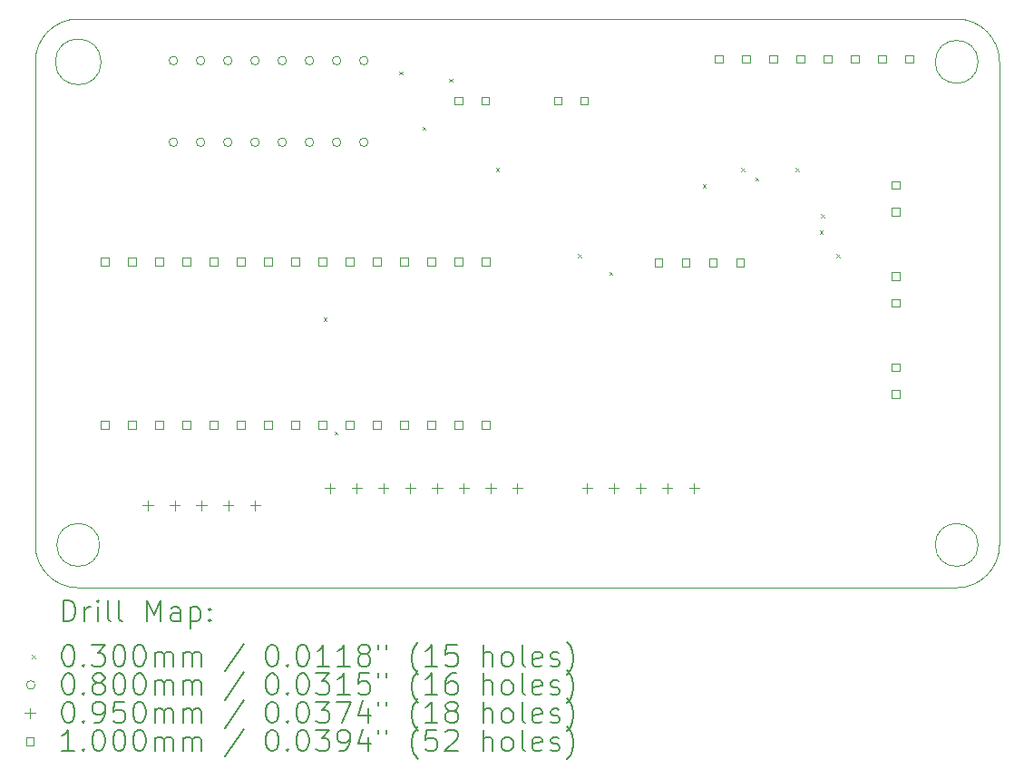
<source format=gbr>
%TF.GenerationSoftware,KiCad,Pcbnew,9.0.3*%
%TF.CreationDate,2025-07-23T14:00:16+06:00*%
%TF.ProjectId,LFRCircuit,4c465243-6972-4637-9569-742e6b696361,rev?*%
%TF.SameCoordinates,Original*%
%TF.FileFunction,Drillmap*%
%TF.FilePolarity,Positive*%
%FSLAX45Y45*%
G04 Gerber Fmt 4.5, Leading zero omitted, Abs format (unit mm)*
G04 Created by KiCad (PCBNEW 9.0.3) date 2025-07-23 14:00:16*
%MOMM*%
%LPD*%
G01*
G04 APERTURE LIST*
%ADD10C,0.050000*%
%ADD11C,0.200000*%
%ADD12C,0.100000*%
G04 APERTURE END LIST*
D10*
X21150000Y-7450000D02*
G75*
G02*
X21550000Y-7850000I0J-400000D01*
G01*
X12950000Y-12760000D02*
G75*
G02*
X12550000Y-12360000I0J400000D01*
G01*
X21350000Y-7850000D02*
G75*
G02*
X20950000Y-7850000I-200000J0D01*
G01*
X20950000Y-7850000D02*
G75*
G02*
X21350000Y-7850000I200000J0D01*
G01*
X21550000Y-7850000D02*
X21550000Y-12360000D01*
X21550000Y-12360000D02*
G75*
G02*
X21150000Y-12760000I-400000J0D01*
G01*
X13163600Y-7850000D02*
G75*
G02*
X12736400Y-7850000I-213600J0D01*
G01*
X12736400Y-7850000D02*
G75*
G02*
X13163600Y-7850000I213600J0D01*
G01*
X21150000Y-12760000D02*
X12950000Y-12760000D01*
X21350000Y-12360000D02*
G75*
G02*
X20950000Y-12360000I-200000J0D01*
G01*
X20950000Y-12360000D02*
G75*
G02*
X21350000Y-12360000I200000J0D01*
G01*
X12950000Y-7450000D02*
X21150000Y-7450000D01*
X12550000Y-12360000D02*
X12550000Y-7850000D01*
X12550000Y-7850000D02*
G75*
G02*
X12950000Y-7450000I400000J0D01*
G01*
X13150000Y-12360000D02*
G75*
G02*
X12750000Y-12360000I-200000J0D01*
G01*
X12750000Y-12360000D02*
G75*
G02*
X13150000Y-12360000I200000J0D01*
G01*
D11*
D12*
X15238370Y-10237980D02*
X15268370Y-10267980D01*
X15268370Y-10237980D02*
X15238370Y-10267980D01*
X15343000Y-11300340D02*
X15373000Y-11330340D01*
X15373000Y-11300340D02*
X15343000Y-11330340D01*
X15945170Y-7940570D02*
X15975170Y-7970570D01*
X15975170Y-7940570D02*
X15945170Y-7970570D01*
X16162130Y-8455300D02*
X16192130Y-8485300D01*
X16192130Y-8455300D02*
X16162130Y-8485300D01*
X16410690Y-8008630D02*
X16440690Y-8038630D01*
X16440690Y-8008630D02*
X16410690Y-8038630D01*
X16850690Y-8839020D02*
X16880690Y-8869020D01*
X16880690Y-8839020D02*
X16850690Y-8869020D01*
X17616980Y-9645740D02*
X17646980Y-9675740D01*
X17646980Y-9645740D02*
X17616980Y-9675740D01*
X17907950Y-9810910D02*
X17937950Y-9840910D01*
X17937950Y-9810910D02*
X17907950Y-9840910D01*
X18780860Y-8991680D02*
X18810860Y-9021680D01*
X18810860Y-8991680D02*
X18780860Y-9021680D01*
X19140970Y-8840270D02*
X19170970Y-8870270D01*
X19170970Y-8840270D02*
X19140970Y-8870270D01*
X19269890Y-8929580D02*
X19299890Y-8959580D01*
X19299890Y-8929580D02*
X19269890Y-8959580D01*
X19645110Y-8839020D02*
X19675110Y-8869020D01*
X19675110Y-8839020D02*
X19645110Y-8869020D01*
X19871500Y-9426370D02*
X19901500Y-9456370D01*
X19901500Y-9426370D02*
X19871500Y-9456370D01*
X19885030Y-9273900D02*
X19915030Y-9303900D01*
X19915030Y-9273900D02*
X19885030Y-9303900D01*
X20026990Y-9645740D02*
X20056990Y-9675740D01*
X20056990Y-9645740D02*
X20026990Y-9675740D01*
X13878000Y-7838000D02*
G75*
G02*
X13798000Y-7838000I-40000J0D01*
G01*
X13798000Y-7838000D02*
G75*
G02*
X13878000Y-7838000I40000J0D01*
G01*
X13878000Y-8600000D02*
G75*
G02*
X13798000Y-8600000I-40000J0D01*
G01*
X13798000Y-8600000D02*
G75*
G02*
X13878000Y-8600000I40000J0D01*
G01*
X14132000Y-7838000D02*
G75*
G02*
X14052000Y-7838000I-40000J0D01*
G01*
X14052000Y-7838000D02*
G75*
G02*
X14132000Y-7838000I40000J0D01*
G01*
X14132000Y-8600000D02*
G75*
G02*
X14052000Y-8600000I-40000J0D01*
G01*
X14052000Y-8600000D02*
G75*
G02*
X14132000Y-8600000I40000J0D01*
G01*
X14386000Y-7838000D02*
G75*
G02*
X14306000Y-7838000I-40000J0D01*
G01*
X14306000Y-7838000D02*
G75*
G02*
X14386000Y-7838000I40000J0D01*
G01*
X14386000Y-8600000D02*
G75*
G02*
X14306000Y-8600000I-40000J0D01*
G01*
X14306000Y-8600000D02*
G75*
G02*
X14386000Y-8600000I40000J0D01*
G01*
X14640000Y-7838000D02*
G75*
G02*
X14560000Y-7838000I-40000J0D01*
G01*
X14560000Y-7838000D02*
G75*
G02*
X14640000Y-7838000I40000J0D01*
G01*
X14640000Y-8600000D02*
G75*
G02*
X14560000Y-8600000I-40000J0D01*
G01*
X14560000Y-8600000D02*
G75*
G02*
X14640000Y-8600000I40000J0D01*
G01*
X14894000Y-7838000D02*
G75*
G02*
X14814000Y-7838000I-40000J0D01*
G01*
X14814000Y-7838000D02*
G75*
G02*
X14894000Y-7838000I40000J0D01*
G01*
X14894000Y-8600000D02*
G75*
G02*
X14814000Y-8600000I-40000J0D01*
G01*
X14814000Y-8600000D02*
G75*
G02*
X14894000Y-8600000I40000J0D01*
G01*
X15148000Y-7838000D02*
G75*
G02*
X15068000Y-7838000I-40000J0D01*
G01*
X15068000Y-7838000D02*
G75*
G02*
X15148000Y-7838000I40000J0D01*
G01*
X15148000Y-8600000D02*
G75*
G02*
X15068000Y-8600000I-40000J0D01*
G01*
X15068000Y-8600000D02*
G75*
G02*
X15148000Y-8600000I40000J0D01*
G01*
X15402000Y-7838000D02*
G75*
G02*
X15322000Y-7838000I-40000J0D01*
G01*
X15322000Y-7838000D02*
G75*
G02*
X15402000Y-7838000I40000J0D01*
G01*
X15402000Y-8600000D02*
G75*
G02*
X15322000Y-8600000I-40000J0D01*
G01*
X15322000Y-8600000D02*
G75*
G02*
X15402000Y-8600000I40000J0D01*
G01*
X15656000Y-7838000D02*
G75*
G02*
X15576000Y-7838000I-40000J0D01*
G01*
X15576000Y-7838000D02*
G75*
G02*
X15656000Y-7838000I40000J0D01*
G01*
X15656000Y-8600000D02*
G75*
G02*
X15576000Y-8600000I-40000J0D01*
G01*
X15576000Y-8600000D02*
G75*
G02*
X15656000Y-8600000I40000J0D01*
G01*
X13600000Y-11942500D02*
X13600000Y-12037500D01*
X13552500Y-11990000D02*
X13647500Y-11990000D01*
X13850000Y-11942500D02*
X13850000Y-12037500D01*
X13802500Y-11990000D02*
X13897500Y-11990000D01*
X14100000Y-11942500D02*
X14100000Y-12037500D01*
X14052500Y-11990000D02*
X14147500Y-11990000D01*
X14350000Y-11942500D02*
X14350000Y-12037500D01*
X14302500Y-11990000D02*
X14397500Y-11990000D01*
X14600000Y-11942500D02*
X14600000Y-12037500D01*
X14552500Y-11990000D02*
X14647500Y-11990000D01*
X15300000Y-11783000D02*
X15300000Y-11878000D01*
X15252500Y-11830500D02*
X15347500Y-11830500D01*
X15550000Y-11783000D02*
X15550000Y-11878000D01*
X15502500Y-11830500D02*
X15597500Y-11830500D01*
X15800000Y-11783000D02*
X15800000Y-11878000D01*
X15752500Y-11830500D02*
X15847500Y-11830500D01*
X16050000Y-11783000D02*
X16050000Y-11878000D01*
X16002500Y-11830500D02*
X16097500Y-11830500D01*
X16300000Y-11783000D02*
X16300000Y-11878000D01*
X16252500Y-11830500D02*
X16347500Y-11830500D01*
X16550000Y-11783000D02*
X16550000Y-11878000D01*
X16502500Y-11830500D02*
X16597500Y-11830500D01*
X16800000Y-11783000D02*
X16800000Y-11878000D01*
X16752500Y-11830500D02*
X16847500Y-11830500D01*
X17050000Y-11783000D02*
X17050000Y-11878000D01*
X17002500Y-11830500D02*
X17097500Y-11830500D01*
X17700000Y-11783000D02*
X17700000Y-11878000D01*
X17652500Y-11830500D02*
X17747500Y-11830500D01*
X17950000Y-11783000D02*
X17950000Y-11878000D01*
X17902500Y-11830500D02*
X17997500Y-11830500D01*
X18200000Y-11783000D02*
X18200000Y-11878000D01*
X18152500Y-11830500D02*
X18247500Y-11830500D01*
X18450000Y-11783000D02*
X18450000Y-11878000D01*
X18402500Y-11830500D02*
X18497500Y-11830500D01*
X18700000Y-11783000D02*
X18700000Y-11878000D01*
X18652500Y-11830500D02*
X18747500Y-11830500D01*
X13234356Y-9749356D02*
X13234356Y-9678644D01*
X13163644Y-9678644D01*
X13163644Y-9749356D01*
X13234356Y-9749356D01*
X13234356Y-11273356D02*
X13234356Y-11202644D01*
X13163644Y-11202644D01*
X13163644Y-11273356D01*
X13234356Y-11273356D01*
X13488356Y-9749356D02*
X13488356Y-9678644D01*
X13417644Y-9678644D01*
X13417644Y-9749356D01*
X13488356Y-9749356D01*
X13488356Y-11273356D02*
X13488356Y-11202644D01*
X13417644Y-11202644D01*
X13417644Y-11273356D01*
X13488356Y-11273356D01*
X13742356Y-9749356D02*
X13742356Y-9678644D01*
X13671644Y-9678644D01*
X13671644Y-9749356D01*
X13742356Y-9749356D01*
X13742356Y-11273356D02*
X13742356Y-11202644D01*
X13671644Y-11202644D01*
X13671644Y-11273356D01*
X13742356Y-11273356D01*
X13996356Y-9749356D02*
X13996356Y-9678644D01*
X13925644Y-9678644D01*
X13925644Y-9749356D01*
X13996356Y-9749356D01*
X13996356Y-11273356D02*
X13996356Y-11202644D01*
X13925644Y-11202644D01*
X13925644Y-11273356D01*
X13996356Y-11273356D01*
X14250356Y-9749356D02*
X14250356Y-9678644D01*
X14179644Y-9678644D01*
X14179644Y-9749356D01*
X14250356Y-9749356D01*
X14250356Y-11273356D02*
X14250356Y-11202644D01*
X14179644Y-11202644D01*
X14179644Y-11273356D01*
X14250356Y-11273356D01*
X14504356Y-9749356D02*
X14504356Y-9678644D01*
X14433644Y-9678644D01*
X14433644Y-9749356D01*
X14504356Y-9749356D01*
X14504356Y-11273356D02*
X14504356Y-11202644D01*
X14433644Y-11202644D01*
X14433644Y-11273356D01*
X14504356Y-11273356D01*
X14758356Y-9749356D02*
X14758356Y-9678644D01*
X14687644Y-9678644D01*
X14687644Y-9749356D01*
X14758356Y-9749356D01*
X14758356Y-11273356D02*
X14758356Y-11202644D01*
X14687644Y-11202644D01*
X14687644Y-11273356D01*
X14758356Y-11273356D01*
X15012356Y-9749356D02*
X15012356Y-9678644D01*
X14941644Y-9678644D01*
X14941644Y-9749356D01*
X15012356Y-9749356D01*
X15012356Y-11273356D02*
X15012356Y-11202644D01*
X14941644Y-11202644D01*
X14941644Y-11273356D01*
X15012356Y-11273356D01*
X15266356Y-9749356D02*
X15266356Y-9678644D01*
X15195644Y-9678644D01*
X15195644Y-9749356D01*
X15266356Y-9749356D01*
X15266356Y-11273356D02*
X15266356Y-11202644D01*
X15195644Y-11202644D01*
X15195644Y-11273356D01*
X15266356Y-11273356D01*
X15520356Y-9749356D02*
X15520356Y-9678644D01*
X15449644Y-9678644D01*
X15449644Y-9749356D01*
X15520356Y-9749356D01*
X15520356Y-11273356D02*
X15520356Y-11202644D01*
X15449644Y-11202644D01*
X15449644Y-11273356D01*
X15520356Y-11273356D01*
X15774356Y-9749356D02*
X15774356Y-9678644D01*
X15703644Y-9678644D01*
X15703644Y-9749356D01*
X15774356Y-9749356D01*
X15774356Y-11273356D02*
X15774356Y-11202644D01*
X15703644Y-11202644D01*
X15703644Y-11273356D01*
X15774356Y-11273356D01*
X16028356Y-9749356D02*
X16028356Y-9678644D01*
X15957644Y-9678644D01*
X15957644Y-9749356D01*
X16028356Y-9749356D01*
X16028356Y-11273356D02*
X16028356Y-11202644D01*
X15957644Y-11202644D01*
X15957644Y-11273356D01*
X16028356Y-11273356D01*
X16282356Y-9749356D02*
X16282356Y-9678644D01*
X16211644Y-9678644D01*
X16211644Y-9749356D01*
X16282356Y-9749356D01*
X16282356Y-11273356D02*
X16282356Y-11202644D01*
X16211644Y-11202644D01*
X16211644Y-11273356D01*
X16282356Y-11273356D01*
X16535356Y-8245356D02*
X16535356Y-8174644D01*
X16464644Y-8174644D01*
X16464644Y-8245356D01*
X16535356Y-8245356D01*
X16536356Y-9749356D02*
X16536356Y-9678644D01*
X16465644Y-9678644D01*
X16465644Y-9749356D01*
X16536356Y-9749356D01*
X16536356Y-11273356D02*
X16536356Y-11202644D01*
X16465644Y-11202644D01*
X16465644Y-11273356D01*
X16536356Y-11273356D01*
X16785356Y-8245356D02*
X16785356Y-8174644D01*
X16714644Y-8174644D01*
X16714644Y-8245356D01*
X16785356Y-8245356D01*
X16790356Y-9749356D02*
X16790356Y-9678644D01*
X16719644Y-9678644D01*
X16719644Y-9749356D01*
X16790356Y-9749356D01*
X16790356Y-11273356D02*
X16790356Y-11202644D01*
X16719644Y-11202644D01*
X16719644Y-11273356D01*
X16790356Y-11273356D01*
X17460356Y-8245356D02*
X17460356Y-8174644D01*
X17389644Y-8174644D01*
X17389644Y-8245356D01*
X17460356Y-8245356D01*
X17710356Y-8245356D02*
X17710356Y-8174644D01*
X17639644Y-8174644D01*
X17639644Y-8245356D01*
X17710356Y-8245356D01*
X18402356Y-9760356D02*
X18402356Y-9689644D01*
X18331644Y-9689644D01*
X18331644Y-9760356D01*
X18402356Y-9760356D01*
X18656356Y-9760356D02*
X18656356Y-9689644D01*
X18585644Y-9689644D01*
X18585644Y-9760356D01*
X18656356Y-9760356D01*
X18910356Y-9760356D02*
X18910356Y-9689644D01*
X18839644Y-9689644D01*
X18839644Y-9760356D01*
X18910356Y-9760356D01*
X18965356Y-7860356D02*
X18965356Y-7789644D01*
X18894644Y-7789644D01*
X18894644Y-7860356D01*
X18965356Y-7860356D01*
X19164356Y-9760356D02*
X19164356Y-9689644D01*
X19093644Y-9689644D01*
X19093644Y-9760356D01*
X19164356Y-9760356D01*
X19219356Y-7860356D02*
X19219356Y-7789644D01*
X19148644Y-7789644D01*
X19148644Y-7860356D01*
X19219356Y-7860356D01*
X19473356Y-7860356D02*
X19473356Y-7789644D01*
X19402644Y-7789644D01*
X19402644Y-7860356D01*
X19473356Y-7860356D01*
X19727356Y-7860356D02*
X19727356Y-7789644D01*
X19656644Y-7789644D01*
X19656644Y-7860356D01*
X19727356Y-7860356D01*
X19981356Y-7860356D02*
X19981356Y-7789644D01*
X19910644Y-7789644D01*
X19910644Y-7860356D01*
X19981356Y-7860356D01*
X20235356Y-7860356D02*
X20235356Y-7789644D01*
X20164644Y-7789644D01*
X20164644Y-7860356D01*
X20235356Y-7860356D01*
X20489356Y-7860356D02*
X20489356Y-7789644D01*
X20418644Y-7789644D01*
X20418644Y-7860356D01*
X20489356Y-7860356D01*
X20615856Y-9035356D02*
X20615856Y-8964644D01*
X20545144Y-8964644D01*
X20545144Y-9035356D01*
X20615856Y-9035356D01*
X20615856Y-9285356D02*
X20615856Y-9214644D01*
X20545144Y-9214644D01*
X20545144Y-9285356D01*
X20615856Y-9285356D01*
X20615856Y-9885356D02*
X20615856Y-9814644D01*
X20545144Y-9814644D01*
X20545144Y-9885356D01*
X20615856Y-9885356D01*
X20615856Y-10135356D02*
X20615856Y-10064644D01*
X20545144Y-10064644D01*
X20545144Y-10135356D01*
X20615856Y-10135356D01*
X20615856Y-10735356D02*
X20615856Y-10664644D01*
X20545144Y-10664644D01*
X20545144Y-10735356D01*
X20615856Y-10735356D01*
X20615856Y-10985356D02*
X20615856Y-10914644D01*
X20545144Y-10914644D01*
X20545144Y-10985356D01*
X20615856Y-10985356D01*
X20743356Y-7860356D02*
X20743356Y-7789644D01*
X20672644Y-7789644D01*
X20672644Y-7860356D01*
X20743356Y-7860356D01*
D11*
X12808277Y-13073984D02*
X12808277Y-12873984D01*
X12808277Y-12873984D02*
X12855896Y-12873984D01*
X12855896Y-12873984D02*
X12884467Y-12883508D01*
X12884467Y-12883508D02*
X12903515Y-12902555D01*
X12903515Y-12902555D02*
X12913039Y-12921603D01*
X12913039Y-12921603D02*
X12922562Y-12959698D01*
X12922562Y-12959698D02*
X12922562Y-12988269D01*
X12922562Y-12988269D02*
X12913039Y-13026365D01*
X12913039Y-13026365D02*
X12903515Y-13045412D01*
X12903515Y-13045412D02*
X12884467Y-13064460D01*
X12884467Y-13064460D02*
X12855896Y-13073984D01*
X12855896Y-13073984D02*
X12808277Y-13073984D01*
X13008277Y-13073984D02*
X13008277Y-12940650D01*
X13008277Y-12978746D02*
X13017801Y-12959698D01*
X13017801Y-12959698D02*
X13027324Y-12950174D01*
X13027324Y-12950174D02*
X13046372Y-12940650D01*
X13046372Y-12940650D02*
X13065420Y-12940650D01*
X13132086Y-13073984D02*
X13132086Y-12940650D01*
X13132086Y-12873984D02*
X13122562Y-12883508D01*
X13122562Y-12883508D02*
X13132086Y-12893031D01*
X13132086Y-12893031D02*
X13141610Y-12883508D01*
X13141610Y-12883508D02*
X13132086Y-12873984D01*
X13132086Y-12873984D02*
X13132086Y-12893031D01*
X13255896Y-13073984D02*
X13236848Y-13064460D01*
X13236848Y-13064460D02*
X13227324Y-13045412D01*
X13227324Y-13045412D02*
X13227324Y-12873984D01*
X13360658Y-13073984D02*
X13341610Y-13064460D01*
X13341610Y-13064460D02*
X13332086Y-13045412D01*
X13332086Y-13045412D02*
X13332086Y-12873984D01*
X13589229Y-13073984D02*
X13589229Y-12873984D01*
X13589229Y-12873984D02*
X13655896Y-13016841D01*
X13655896Y-13016841D02*
X13722562Y-12873984D01*
X13722562Y-12873984D02*
X13722562Y-13073984D01*
X13903515Y-13073984D02*
X13903515Y-12969222D01*
X13903515Y-12969222D02*
X13893991Y-12950174D01*
X13893991Y-12950174D02*
X13874943Y-12940650D01*
X13874943Y-12940650D02*
X13836848Y-12940650D01*
X13836848Y-12940650D02*
X13817801Y-12950174D01*
X13903515Y-13064460D02*
X13884467Y-13073984D01*
X13884467Y-13073984D02*
X13836848Y-13073984D01*
X13836848Y-13073984D02*
X13817801Y-13064460D01*
X13817801Y-13064460D02*
X13808277Y-13045412D01*
X13808277Y-13045412D02*
X13808277Y-13026365D01*
X13808277Y-13026365D02*
X13817801Y-13007317D01*
X13817801Y-13007317D02*
X13836848Y-12997793D01*
X13836848Y-12997793D02*
X13884467Y-12997793D01*
X13884467Y-12997793D02*
X13903515Y-12988269D01*
X13998753Y-12940650D02*
X13998753Y-13140650D01*
X13998753Y-12950174D02*
X14017801Y-12940650D01*
X14017801Y-12940650D02*
X14055896Y-12940650D01*
X14055896Y-12940650D02*
X14074943Y-12950174D01*
X14074943Y-12950174D02*
X14084467Y-12959698D01*
X14084467Y-12959698D02*
X14093991Y-12978746D01*
X14093991Y-12978746D02*
X14093991Y-13035888D01*
X14093991Y-13035888D02*
X14084467Y-13054936D01*
X14084467Y-13054936D02*
X14074943Y-13064460D01*
X14074943Y-13064460D02*
X14055896Y-13073984D01*
X14055896Y-13073984D02*
X14017801Y-13073984D01*
X14017801Y-13073984D02*
X13998753Y-13064460D01*
X14179705Y-13054936D02*
X14189229Y-13064460D01*
X14189229Y-13064460D02*
X14179705Y-13073984D01*
X14179705Y-13073984D02*
X14170182Y-13064460D01*
X14170182Y-13064460D02*
X14179705Y-13054936D01*
X14179705Y-13054936D02*
X14179705Y-13073984D01*
X14179705Y-12950174D02*
X14189229Y-12959698D01*
X14189229Y-12959698D02*
X14179705Y-12969222D01*
X14179705Y-12969222D02*
X14170182Y-12959698D01*
X14170182Y-12959698D02*
X14179705Y-12950174D01*
X14179705Y-12950174D02*
X14179705Y-12969222D01*
D12*
X12517500Y-13387500D02*
X12547500Y-13417500D01*
X12547500Y-13387500D02*
X12517500Y-13417500D01*
D11*
X12846372Y-13293984D02*
X12865420Y-13293984D01*
X12865420Y-13293984D02*
X12884467Y-13303508D01*
X12884467Y-13303508D02*
X12893991Y-13313031D01*
X12893991Y-13313031D02*
X12903515Y-13332079D01*
X12903515Y-13332079D02*
X12913039Y-13370174D01*
X12913039Y-13370174D02*
X12913039Y-13417793D01*
X12913039Y-13417793D02*
X12903515Y-13455888D01*
X12903515Y-13455888D02*
X12893991Y-13474936D01*
X12893991Y-13474936D02*
X12884467Y-13484460D01*
X12884467Y-13484460D02*
X12865420Y-13493984D01*
X12865420Y-13493984D02*
X12846372Y-13493984D01*
X12846372Y-13493984D02*
X12827324Y-13484460D01*
X12827324Y-13484460D02*
X12817801Y-13474936D01*
X12817801Y-13474936D02*
X12808277Y-13455888D01*
X12808277Y-13455888D02*
X12798753Y-13417793D01*
X12798753Y-13417793D02*
X12798753Y-13370174D01*
X12798753Y-13370174D02*
X12808277Y-13332079D01*
X12808277Y-13332079D02*
X12817801Y-13313031D01*
X12817801Y-13313031D02*
X12827324Y-13303508D01*
X12827324Y-13303508D02*
X12846372Y-13293984D01*
X12998753Y-13474936D02*
X13008277Y-13484460D01*
X13008277Y-13484460D02*
X12998753Y-13493984D01*
X12998753Y-13493984D02*
X12989229Y-13484460D01*
X12989229Y-13484460D02*
X12998753Y-13474936D01*
X12998753Y-13474936D02*
X12998753Y-13493984D01*
X13074943Y-13293984D02*
X13198753Y-13293984D01*
X13198753Y-13293984D02*
X13132086Y-13370174D01*
X13132086Y-13370174D02*
X13160658Y-13370174D01*
X13160658Y-13370174D02*
X13179705Y-13379698D01*
X13179705Y-13379698D02*
X13189229Y-13389222D01*
X13189229Y-13389222D02*
X13198753Y-13408269D01*
X13198753Y-13408269D02*
X13198753Y-13455888D01*
X13198753Y-13455888D02*
X13189229Y-13474936D01*
X13189229Y-13474936D02*
X13179705Y-13484460D01*
X13179705Y-13484460D02*
X13160658Y-13493984D01*
X13160658Y-13493984D02*
X13103515Y-13493984D01*
X13103515Y-13493984D02*
X13084467Y-13484460D01*
X13084467Y-13484460D02*
X13074943Y-13474936D01*
X13322562Y-13293984D02*
X13341610Y-13293984D01*
X13341610Y-13293984D02*
X13360658Y-13303508D01*
X13360658Y-13303508D02*
X13370182Y-13313031D01*
X13370182Y-13313031D02*
X13379705Y-13332079D01*
X13379705Y-13332079D02*
X13389229Y-13370174D01*
X13389229Y-13370174D02*
X13389229Y-13417793D01*
X13389229Y-13417793D02*
X13379705Y-13455888D01*
X13379705Y-13455888D02*
X13370182Y-13474936D01*
X13370182Y-13474936D02*
X13360658Y-13484460D01*
X13360658Y-13484460D02*
X13341610Y-13493984D01*
X13341610Y-13493984D02*
X13322562Y-13493984D01*
X13322562Y-13493984D02*
X13303515Y-13484460D01*
X13303515Y-13484460D02*
X13293991Y-13474936D01*
X13293991Y-13474936D02*
X13284467Y-13455888D01*
X13284467Y-13455888D02*
X13274943Y-13417793D01*
X13274943Y-13417793D02*
X13274943Y-13370174D01*
X13274943Y-13370174D02*
X13284467Y-13332079D01*
X13284467Y-13332079D02*
X13293991Y-13313031D01*
X13293991Y-13313031D02*
X13303515Y-13303508D01*
X13303515Y-13303508D02*
X13322562Y-13293984D01*
X13513039Y-13293984D02*
X13532086Y-13293984D01*
X13532086Y-13293984D02*
X13551134Y-13303508D01*
X13551134Y-13303508D02*
X13560658Y-13313031D01*
X13560658Y-13313031D02*
X13570182Y-13332079D01*
X13570182Y-13332079D02*
X13579705Y-13370174D01*
X13579705Y-13370174D02*
X13579705Y-13417793D01*
X13579705Y-13417793D02*
X13570182Y-13455888D01*
X13570182Y-13455888D02*
X13560658Y-13474936D01*
X13560658Y-13474936D02*
X13551134Y-13484460D01*
X13551134Y-13484460D02*
X13532086Y-13493984D01*
X13532086Y-13493984D02*
X13513039Y-13493984D01*
X13513039Y-13493984D02*
X13493991Y-13484460D01*
X13493991Y-13484460D02*
X13484467Y-13474936D01*
X13484467Y-13474936D02*
X13474943Y-13455888D01*
X13474943Y-13455888D02*
X13465420Y-13417793D01*
X13465420Y-13417793D02*
X13465420Y-13370174D01*
X13465420Y-13370174D02*
X13474943Y-13332079D01*
X13474943Y-13332079D02*
X13484467Y-13313031D01*
X13484467Y-13313031D02*
X13493991Y-13303508D01*
X13493991Y-13303508D02*
X13513039Y-13293984D01*
X13665420Y-13493984D02*
X13665420Y-13360650D01*
X13665420Y-13379698D02*
X13674943Y-13370174D01*
X13674943Y-13370174D02*
X13693991Y-13360650D01*
X13693991Y-13360650D02*
X13722563Y-13360650D01*
X13722563Y-13360650D02*
X13741610Y-13370174D01*
X13741610Y-13370174D02*
X13751134Y-13389222D01*
X13751134Y-13389222D02*
X13751134Y-13493984D01*
X13751134Y-13389222D02*
X13760658Y-13370174D01*
X13760658Y-13370174D02*
X13779705Y-13360650D01*
X13779705Y-13360650D02*
X13808277Y-13360650D01*
X13808277Y-13360650D02*
X13827324Y-13370174D01*
X13827324Y-13370174D02*
X13836848Y-13389222D01*
X13836848Y-13389222D02*
X13836848Y-13493984D01*
X13932086Y-13493984D02*
X13932086Y-13360650D01*
X13932086Y-13379698D02*
X13941610Y-13370174D01*
X13941610Y-13370174D02*
X13960658Y-13360650D01*
X13960658Y-13360650D02*
X13989229Y-13360650D01*
X13989229Y-13360650D02*
X14008277Y-13370174D01*
X14008277Y-13370174D02*
X14017801Y-13389222D01*
X14017801Y-13389222D02*
X14017801Y-13493984D01*
X14017801Y-13389222D02*
X14027324Y-13370174D01*
X14027324Y-13370174D02*
X14046372Y-13360650D01*
X14046372Y-13360650D02*
X14074943Y-13360650D01*
X14074943Y-13360650D02*
X14093991Y-13370174D01*
X14093991Y-13370174D02*
X14103515Y-13389222D01*
X14103515Y-13389222D02*
X14103515Y-13493984D01*
X14493991Y-13284460D02*
X14322563Y-13541603D01*
X14751134Y-13293984D02*
X14770182Y-13293984D01*
X14770182Y-13293984D02*
X14789229Y-13303508D01*
X14789229Y-13303508D02*
X14798753Y-13313031D01*
X14798753Y-13313031D02*
X14808277Y-13332079D01*
X14808277Y-13332079D02*
X14817801Y-13370174D01*
X14817801Y-13370174D02*
X14817801Y-13417793D01*
X14817801Y-13417793D02*
X14808277Y-13455888D01*
X14808277Y-13455888D02*
X14798753Y-13474936D01*
X14798753Y-13474936D02*
X14789229Y-13484460D01*
X14789229Y-13484460D02*
X14770182Y-13493984D01*
X14770182Y-13493984D02*
X14751134Y-13493984D01*
X14751134Y-13493984D02*
X14732086Y-13484460D01*
X14732086Y-13484460D02*
X14722563Y-13474936D01*
X14722563Y-13474936D02*
X14713039Y-13455888D01*
X14713039Y-13455888D02*
X14703515Y-13417793D01*
X14703515Y-13417793D02*
X14703515Y-13370174D01*
X14703515Y-13370174D02*
X14713039Y-13332079D01*
X14713039Y-13332079D02*
X14722563Y-13313031D01*
X14722563Y-13313031D02*
X14732086Y-13303508D01*
X14732086Y-13303508D02*
X14751134Y-13293984D01*
X14903515Y-13474936D02*
X14913039Y-13484460D01*
X14913039Y-13484460D02*
X14903515Y-13493984D01*
X14903515Y-13493984D02*
X14893991Y-13484460D01*
X14893991Y-13484460D02*
X14903515Y-13474936D01*
X14903515Y-13474936D02*
X14903515Y-13493984D01*
X15036848Y-13293984D02*
X15055896Y-13293984D01*
X15055896Y-13293984D02*
X15074944Y-13303508D01*
X15074944Y-13303508D02*
X15084467Y-13313031D01*
X15084467Y-13313031D02*
X15093991Y-13332079D01*
X15093991Y-13332079D02*
X15103515Y-13370174D01*
X15103515Y-13370174D02*
X15103515Y-13417793D01*
X15103515Y-13417793D02*
X15093991Y-13455888D01*
X15093991Y-13455888D02*
X15084467Y-13474936D01*
X15084467Y-13474936D02*
X15074944Y-13484460D01*
X15074944Y-13484460D02*
X15055896Y-13493984D01*
X15055896Y-13493984D02*
X15036848Y-13493984D01*
X15036848Y-13493984D02*
X15017801Y-13484460D01*
X15017801Y-13484460D02*
X15008277Y-13474936D01*
X15008277Y-13474936D02*
X14998753Y-13455888D01*
X14998753Y-13455888D02*
X14989229Y-13417793D01*
X14989229Y-13417793D02*
X14989229Y-13370174D01*
X14989229Y-13370174D02*
X14998753Y-13332079D01*
X14998753Y-13332079D02*
X15008277Y-13313031D01*
X15008277Y-13313031D02*
X15017801Y-13303508D01*
X15017801Y-13303508D02*
X15036848Y-13293984D01*
X15293991Y-13493984D02*
X15179706Y-13493984D01*
X15236848Y-13493984D02*
X15236848Y-13293984D01*
X15236848Y-13293984D02*
X15217801Y-13322555D01*
X15217801Y-13322555D02*
X15198753Y-13341603D01*
X15198753Y-13341603D02*
X15179706Y-13351127D01*
X15484467Y-13493984D02*
X15370182Y-13493984D01*
X15427325Y-13493984D02*
X15427325Y-13293984D01*
X15427325Y-13293984D02*
X15408277Y-13322555D01*
X15408277Y-13322555D02*
X15389229Y-13341603D01*
X15389229Y-13341603D02*
X15370182Y-13351127D01*
X15598753Y-13379698D02*
X15579706Y-13370174D01*
X15579706Y-13370174D02*
X15570182Y-13360650D01*
X15570182Y-13360650D02*
X15560658Y-13341603D01*
X15560658Y-13341603D02*
X15560658Y-13332079D01*
X15560658Y-13332079D02*
X15570182Y-13313031D01*
X15570182Y-13313031D02*
X15579706Y-13303508D01*
X15579706Y-13303508D02*
X15598753Y-13293984D01*
X15598753Y-13293984D02*
X15636848Y-13293984D01*
X15636848Y-13293984D02*
X15655896Y-13303508D01*
X15655896Y-13303508D02*
X15665420Y-13313031D01*
X15665420Y-13313031D02*
X15674944Y-13332079D01*
X15674944Y-13332079D02*
X15674944Y-13341603D01*
X15674944Y-13341603D02*
X15665420Y-13360650D01*
X15665420Y-13360650D02*
X15655896Y-13370174D01*
X15655896Y-13370174D02*
X15636848Y-13379698D01*
X15636848Y-13379698D02*
X15598753Y-13379698D01*
X15598753Y-13379698D02*
X15579706Y-13389222D01*
X15579706Y-13389222D02*
X15570182Y-13398746D01*
X15570182Y-13398746D02*
X15560658Y-13417793D01*
X15560658Y-13417793D02*
X15560658Y-13455888D01*
X15560658Y-13455888D02*
X15570182Y-13474936D01*
X15570182Y-13474936D02*
X15579706Y-13484460D01*
X15579706Y-13484460D02*
X15598753Y-13493984D01*
X15598753Y-13493984D02*
X15636848Y-13493984D01*
X15636848Y-13493984D02*
X15655896Y-13484460D01*
X15655896Y-13484460D02*
X15665420Y-13474936D01*
X15665420Y-13474936D02*
X15674944Y-13455888D01*
X15674944Y-13455888D02*
X15674944Y-13417793D01*
X15674944Y-13417793D02*
X15665420Y-13398746D01*
X15665420Y-13398746D02*
X15655896Y-13389222D01*
X15655896Y-13389222D02*
X15636848Y-13379698D01*
X15751134Y-13293984D02*
X15751134Y-13332079D01*
X15827325Y-13293984D02*
X15827325Y-13332079D01*
X16122563Y-13570174D02*
X16113039Y-13560650D01*
X16113039Y-13560650D02*
X16093991Y-13532079D01*
X16093991Y-13532079D02*
X16084468Y-13513031D01*
X16084468Y-13513031D02*
X16074944Y-13484460D01*
X16074944Y-13484460D02*
X16065420Y-13436841D01*
X16065420Y-13436841D02*
X16065420Y-13398746D01*
X16065420Y-13398746D02*
X16074944Y-13351127D01*
X16074944Y-13351127D02*
X16084468Y-13322555D01*
X16084468Y-13322555D02*
X16093991Y-13303508D01*
X16093991Y-13303508D02*
X16113039Y-13274936D01*
X16113039Y-13274936D02*
X16122563Y-13265412D01*
X16303515Y-13493984D02*
X16189229Y-13493984D01*
X16246372Y-13493984D02*
X16246372Y-13293984D01*
X16246372Y-13293984D02*
X16227325Y-13322555D01*
X16227325Y-13322555D02*
X16208277Y-13341603D01*
X16208277Y-13341603D02*
X16189229Y-13351127D01*
X16484468Y-13293984D02*
X16389229Y-13293984D01*
X16389229Y-13293984D02*
X16379706Y-13389222D01*
X16379706Y-13389222D02*
X16389229Y-13379698D01*
X16389229Y-13379698D02*
X16408277Y-13370174D01*
X16408277Y-13370174D02*
X16455896Y-13370174D01*
X16455896Y-13370174D02*
X16474944Y-13379698D01*
X16474944Y-13379698D02*
X16484468Y-13389222D01*
X16484468Y-13389222D02*
X16493991Y-13408269D01*
X16493991Y-13408269D02*
X16493991Y-13455888D01*
X16493991Y-13455888D02*
X16484468Y-13474936D01*
X16484468Y-13474936D02*
X16474944Y-13484460D01*
X16474944Y-13484460D02*
X16455896Y-13493984D01*
X16455896Y-13493984D02*
X16408277Y-13493984D01*
X16408277Y-13493984D02*
X16389229Y-13484460D01*
X16389229Y-13484460D02*
X16379706Y-13474936D01*
X16732087Y-13493984D02*
X16732087Y-13293984D01*
X16817801Y-13493984D02*
X16817801Y-13389222D01*
X16817801Y-13389222D02*
X16808277Y-13370174D01*
X16808277Y-13370174D02*
X16789230Y-13360650D01*
X16789230Y-13360650D02*
X16760658Y-13360650D01*
X16760658Y-13360650D02*
X16741610Y-13370174D01*
X16741610Y-13370174D02*
X16732087Y-13379698D01*
X16941611Y-13493984D02*
X16922563Y-13484460D01*
X16922563Y-13484460D02*
X16913039Y-13474936D01*
X16913039Y-13474936D02*
X16903515Y-13455888D01*
X16903515Y-13455888D02*
X16903515Y-13398746D01*
X16903515Y-13398746D02*
X16913039Y-13379698D01*
X16913039Y-13379698D02*
X16922563Y-13370174D01*
X16922563Y-13370174D02*
X16941611Y-13360650D01*
X16941611Y-13360650D02*
X16970182Y-13360650D01*
X16970182Y-13360650D02*
X16989230Y-13370174D01*
X16989230Y-13370174D02*
X16998753Y-13379698D01*
X16998753Y-13379698D02*
X17008277Y-13398746D01*
X17008277Y-13398746D02*
X17008277Y-13455888D01*
X17008277Y-13455888D02*
X16998753Y-13474936D01*
X16998753Y-13474936D02*
X16989230Y-13484460D01*
X16989230Y-13484460D02*
X16970182Y-13493984D01*
X16970182Y-13493984D02*
X16941611Y-13493984D01*
X17122563Y-13493984D02*
X17103515Y-13484460D01*
X17103515Y-13484460D02*
X17093992Y-13465412D01*
X17093992Y-13465412D02*
X17093992Y-13293984D01*
X17274944Y-13484460D02*
X17255896Y-13493984D01*
X17255896Y-13493984D02*
X17217801Y-13493984D01*
X17217801Y-13493984D02*
X17198753Y-13484460D01*
X17198753Y-13484460D02*
X17189230Y-13465412D01*
X17189230Y-13465412D02*
X17189230Y-13389222D01*
X17189230Y-13389222D02*
X17198753Y-13370174D01*
X17198753Y-13370174D02*
X17217801Y-13360650D01*
X17217801Y-13360650D02*
X17255896Y-13360650D01*
X17255896Y-13360650D02*
X17274944Y-13370174D01*
X17274944Y-13370174D02*
X17284468Y-13389222D01*
X17284468Y-13389222D02*
X17284468Y-13408269D01*
X17284468Y-13408269D02*
X17189230Y-13427317D01*
X17360658Y-13484460D02*
X17379706Y-13493984D01*
X17379706Y-13493984D02*
X17417801Y-13493984D01*
X17417801Y-13493984D02*
X17436849Y-13484460D01*
X17436849Y-13484460D02*
X17446373Y-13465412D01*
X17446373Y-13465412D02*
X17446373Y-13455888D01*
X17446373Y-13455888D02*
X17436849Y-13436841D01*
X17436849Y-13436841D02*
X17417801Y-13427317D01*
X17417801Y-13427317D02*
X17389230Y-13427317D01*
X17389230Y-13427317D02*
X17370182Y-13417793D01*
X17370182Y-13417793D02*
X17360658Y-13398746D01*
X17360658Y-13398746D02*
X17360658Y-13389222D01*
X17360658Y-13389222D02*
X17370182Y-13370174D01*
X17370182Y-13370174D02*
X17389230Y-13360650D01*
X17389230Y-13360650D02*
X17417801Y-13360650D01*
X17417801Y-13360650D02*
X17436849Y-13370174D01*
X17513039Y-13570174D02*
X17522563Y-13560650D01*
X17522563Y-13560650D02*
X17541611Y-13532079D01*
X17541611Y-13532079D02*
X17551134Y-13513031D01*
X17551134Y-13513031D02*
X17560658Y-13484460D01*
X17560658Y-13484460D02*
X17570182Y-13436841D01*
X17570182Y-13436841D02*
X17570182Y-13398746D01*
X17570182Y-13398746D02*
X17560658Y-13351127D01*
X17560658Y-13351127D02*
X17551134Y-13322555D01*
X17551134Y-13322555D02*
X17541611Y-13303508D01*
X17541611Y-13303508D02*
X17522563Y-13274936D01*
X17522563Y-13274936D02*
X17513039Y-13265412D01*
D12*
X12547500Y-13666500D02*
G75*
G02*
X12467500Y-13666500I-40000J0D01*
G01*
X12467500Y-13666500D02*
G75*
G02*
X12547500Y-13666500I40000J0D01*
G01*
D11*
X12846372Y-13557984D02*
X12865420Y-13557984D01*
X12865420Y-13557984D02*
X12884467Y-13567508D01*
X12884467Y-13567508D02*
X12893991Y-13577031D01*
X12893991Y-13577031D02*
X12903515Y-13596079D01*
X12903515Y-13596079D02*
X12913039Y-13634174D01*
X12913039Y-13634174D02*
X12913039Y-13681793D01*
X12913039Y-13681793D02*
X12903515Y-13719888D01*
X12903515Y-13719888D02*
X12893991Y-13738936D01*
X12893991Y-13738936D02*
X12884467Y-13748460D01*
X12884467Y-13748460D02*
X12865420Y-13757984D01*
X12865420Y-13757984D02*
X12846372Y-13757984D01*
X12846372Y-13757984D02*
X12827324Y-13748460D01*
X12827324Y-13748460D02*
X12817801Y-13738936D01*
X12817801Y-13738936D02*
X12808277Y-13719888D01*
X12808277Y-13719888D02*
X12798753Y-13681793D01*
X12798753Y-13681793D02*
X12798753Y-13634174D01*
X12798753Y-13634174D02*
X12808277Y-13596079D01*
X12808277Y-13596079D02*
X12817801Y-13577031D01*
X12817801Y-13577031D02*
X12827324Y-13567508D01*
X12827324Y-13567508D02*
X12846372Y-13557984D01*
X12998753Y-13738936D02*
X13008277Y-13748460D01*
X13008277Y-13748460D02*
X12998753Y-13757984D01*
X12998753Y-13757984D02*
X12989229Y-13748460D01*
X12989229Y-13748460D02*
X12998753Y-13738936D01*
X12998753Y-13738936D02*
X12998753Y-13757984D01*
X13122562Y-13643698D02*
X13103515Y-13634174D01*
X13103515Y-13634174D02*
X13093991Y-13624650D01*
X13093991Y-13624650D02*
X13084467Y-13605603D01*
X13084467Y-13605603D02*
X13084467Y-13596079D01*
X13084467Y-13596079D02*
X13093991Y-13577031D01*
X13093991Y-13577031D02*
X13103515Y-13567508D01*
X13103515Y-13567508D02*
X13122562Y-13557984D01*
X13122562Y-13557984D02*
X13160658Y-13557984D01*
X13160658Y-13557984D02*
X13179705Y-13567508D01*
X13179705Y-13567508D02*
X13189229Y-13577031D01*
X13189229Y-13577031D02*
X13198753Y-13596079D01*
X13198753Y-13596079D02*
X13198753Y-13605603D01*
X13198753Y-13605603D02*
X13189229Y-13624650D01*
X13189229Y-13624650D02*
X13179705Y-13634174D01*
X13179705Y-13634174D02*
X13160658Y-13643698D01*
X13160658Y-13643698D02*
X13122562Y-13643698D01*
X13122562Y-13643698D02*
X13103515Y-13653222D01*
X13103515Y-13653222D02*
X13093991Y-13662746D01*
X13093991Y-13662746D02*
X13084467Y-13681793D01*
X13084467Y-13681793D02*
X13084467Y-13719888D01*
X13084467Y-13719888D02*
X13093991Y-13738936D01*
X13093991Y-13738936D02*
X13103515Y-13748460D01*
X13103515Y-13748460D02*
X13122562Y-13757984D01*
X13122562Y-13757984D02*
X13160658Y-13757984D01*
X13160658Y-13757984D02*
X13179705Y-13748460D01*
X13179705Y-13748460D02*
X13189229Y-13738936D01*
X13189229Y-13738936D02*
X13198753Y-13719888D01*
X13198753Y-13719888D02*
X13198753Y-13681793D01*
X13198753Y-13681793D02*
X13189229Y-13662746D01*
X13189229Y-13662746D02*
X13179705Y-13653222D01*
X13179705Y-13653222D02*
X13160658Y-13643698D01*
X13322562Y-13557984D02*
X13341610Y-13557984D01*
X13341610Y-13557984D02*
X13360658Y-13567508D01*
X13360658Y-13567508D02*
X13370182Y-13577031D01*
X13370182Y-13577031D02*
X13379705Y-13596079D01*
X13379705Y-13596079D02*
X13389229Y-13634174D01*
X13389229Y-13634174D02*
X13389229Y-13681793D01*
X13389229Y-13681793D02*
X13379705Y-13719888D01*
X13379705Y-13719888D02*
X13370182Y-13738936D01*
X13370182Y-13738936D02*
X13360658Y-13748460D01*
X13360658Y-13748460D02*
X13341610Y-13757984D01*
X13341610Y-13757984D02*
X13322562Y-13757984D01*
X13322562Y-13757984D02*
X13303515Y-13748460D01*
X13303515Y-13748460D02*
X13293991Y-13738936D01*
X13293991Y-13738936D02*
X13284467Y-13719888D01*
X13284467Y-13719888D02*
X13274943Y-13681793D01*
X13274943Y-13681793D02*
X13274943Y-13634174D01*
X13274943Y-13634174D02*
X13284467Y-13596079D01*
X13284467Y-13596079D02*
X13293991Y-13577031D01*
X13293991Y-13577031D02*
X13303515Y-13567508D01*
X13303515Y-13567508D02*
X13322562Y-13557984D01*
X13513039Y-13557984D02*
X13532086Y-13557984D01*
X13532086Y-13557984D02*
X13551134Y-13567508D01*
X13551134Y-13567508D02*
X13560658Y-13577031D01*
X13560658Y-13577031D02*
X13570182Y-13596079D01*
X13570182Y-13596079D02*
X13579705Y-13634174D01*
X13579705Y-13634174D02*
X13579705Y-13681793D01*
X13579705Y-13681793D02*
X13570182Y-13719888D01*
X13570182Y-13719888D02*
X13560658Y-13738936D01*
X13560658Y-13738936D02*
X13551134Y-13748460D01*
X13551134Y-13748460D02*
X13532086Y-13757984D01*
X13532086Y-13757984D02*
X13513039Y-13757984D01*
X13513039Y-13757984D02*
X13493991Y-13748460D01*
X13493991Y-13748460D02*
X13484467Y-13738936D01*
X13484467Y-13738936D02*
X13474943Y-13719888D01*
X13474943Y-13719888D02*
X13465420Y-13681793D01*
X13465420Y-13681793D02*
X13465420Y-13634174D01*
X13465420Y-13634174D02*
X13474943Y-13596079D01*
X13474943Y-13596079D02*
X13484467Y-13577031D01*
X13484467Y-13577031D02*
X13493991Y-13567508D01*
X13493991Y-13567508D02*
X13513039Y-13557984D01*
X13665420Y-13757984D02*
X13665420Y-13624650D01*
X13665420Y-13643698D02*
X13674943Y-13634174D01*
X13674943Y-13634174D02*
X13693991Y-13624650D01*
X13693991Y-13624650D02*
X13722563Y-13624650D01*
X13722563Y-13624650D02*
X13741610Y-13634174D01*
X13741610Y-13634174D02*
X13751134Y-13653222D01*
X13751134Y-13653222D02*
X13751134Y-13757984D01*
X13751134Y-13653222D02*
X13760658Y-13634174D01*
X13760658Y-13634174D02*
X13779705Y-13624650D01*
X13779705Y-13624650D02*
X13808277Y-13624650D01*
X13808277Y-13624650D02*
X13827324Y-13634174D01*
X13827324Y-13634174D02*
X13836848Y-13653222D01*
X13836848Y-13653222D02*
X13836848Y-13757984D01*
X13932086Y-13757984D02*
X13932086Y-13624650D01*
X13932086Y-13643698D02*
X13941610Y-13634174D01*
X13941610Y-13634174D02*
X13960658Y-13624650D01*
X13960658Y-13624650D02*
X13989229Y-13624650D01*
X13989229Y-13624650D02*
X14008277Y-13634174D01*
X14008277Y-13634174D02*
X14017801Y-13653222D01*
X14017801Y-13653222D02*
X14017801Y-13757984D01*
X14017801Y-13653222D02*
X14027324Y-13634174D01*
X14027324Y-13634174D02*
X14046372Y-13624650D01*
X14046372Y-13624650D02*
X14074943Y-13624650D01*
X14074943Y-13624650D02*
X14093991Y-13634174D01*
X14093991Y-13634174D02*
X14103515Y-13653222D01*
X14103515Y-13653222D02*
X14103515Y-13757984D01*
X14493991Y-13548460D02*
X14322563Y-13805603D01*
X14751134Y-13557984D02*
X14770182Y-13557984D01*
X14770182Y-13557984D02*
X14789229Y-13567508D01*
X14789229Y-13567508D02*
X14798753Y-13577031D01*
X14798753Y-13577031D02*
X14808277Y-13596079D01*
X14808277Y-13596079D02*
X14817801Y-13634174D01*
X14817801Y-13634174D02*
X14817801Y-13681793D01*
X14817801Y-13681793D02*
X14808277Y-13719888D01*
X14808277Y-13719888D02*
X14798753Y-13738936D01*
X14798753Y-13738936D02*
X14789229Y-13748460D01*
X14789229Y-13748460D02*
X14770182Y-13757984D01*
X14770182Y-13757984D02*
X14751134Y-13757984D01*
X14751134Y-13757984D02*
X14732086Y-13748460D01*
X14732086Y-13748460D02*
X14722563Y-13738936D01*
X14722563Y-13738936D02*
X14713039Y-13719888D01*
X14713039Y-13719888D02*
X14703515Y-13681793D01*
X14703515Y-13681793D02*
X14703515Y-13634174D01*
X14703515Y-13634174D02*
X14713039Y-13596079D01*
X14713039Y-13596079D02*
X14722563Y-13577031D01*
X14722563Y-13577031D02*
X14732086Y-13567508D01*
X14732086Y-13567508D02*
X14751134Y-13557984D01*
X14903515Y-13738936D02*
X14913039Y-13748460D01*
X14913039Y-13748460D02*
X14903515Y-13757984D01*
X14903515Y-13757984D02*
X14893991Y-13748460D01*
X14893991Y-13748460D02*
X14903515Y-13738936D01*
X14903515Y-13738936D02*
X14903515Y-13757984D01*
X15036848Y-13557984D02*
X15055896Y-13557984D01*
X15055896Y-13557984D02*
X15074944Y-13567508D01*
X15074944Y-13567508D02*
X15084467Y-13577031D01*
X15084467Y-13577031D02*
X15093991Y-13596079D01*
X15093991Y-13596079D02*
X15103515Y-13634174D01*
X15103515Y-13634174D02*
X15103515Y-13681793D01*
X15103515Y-13681793D02*
X15093991Y-13719888D01*
X15093991Y-13719888D02*
X15084467Y-13738936D01*
X15084467Y-13738936D02*
X15074944Y-13748460D01*
X15074944Y-13748460D02*
X15055896Y-13757984D01*
X15055896Y-13757984D02*
X15036848Y-13757984D01*
X15036848Y-13757984D02*
X15017801Y-13748460D01*
X15017801Y-13748460D02*
X15008277Y-13738936D01*
X15008277Y-13738936D02*
X14998753Y-13719888D01*
X14998753Y-13719888D02*
X14989229Y-13681793D01*
X14989229Y-13681793D02*
X14989229Y-13634174D01*
X14989229Y-13634174D02*
X14998753Y-13596079D01*
X14998753Y-13596079D02*
X15008277Y-13577031D01*
X15008277Y-13577031D02*
X15017801Y-13567508D01*
X15017801Y-13567508D02*
X15036848Y-13557984D01*
X15170182Y-13557984D02*
X15293991Y-13557984D01*
X15293991Y-13557984D02*
X15227325Y-13634174D01*
X15227325Y-13634174D02*
X15255896Y-13634174D01*
X15255896Y-13634174D02*
X15274944Y-13643698D01*
X15274944Y-13643698D02*
X15284467Y-13653222D01*
X15284467Y-13653222D02*
X15293991Y-13672269D01*
X15293991Y-13672269D02*
X15293991Y-13719888D01*
X15293991Y-13719888D02*
X15284467Y-13738936D01*
X15284467Y-13738936D02*
X15274944Y-13748460D01*
X15274944Y-13748460D02*
X15255896Y-13757984D01*
X15255896Y-13757984D02*
X15198753Y-13757984D01*
X15198753Y-13757984D02*
X15179706Y-13748460D01*
X15179706Y-13748460D02*
X15170182Y-13738936D01*
X15484467Y-13757984D02*
X15370182Y-13757984D01*
X15427325Y-13757984D02*
X15427325Y-13557984D01*
X15427325Y-13557984D02*
X15408277Y-13586555D01*
X15408277Y-13586555D02*
X15389229Y-13605603D01*
X15389229Y-13605603D02*
X15370182Y-13615127D01*
X15665420Y-13557984D02*
X15570182Y-13557984D01*
X15570182Y-13557984D02*
X15560658Y-13653222D01*
X15560658Y-13653222D02*
X15570182Y-13643698D01*
X15570182Y-13643698D02*
X15589229Y-13634174D01*
X15589229Y-13634174D02*
X15636848Y-13634174D01*
X15636848Y-13634174D02*
X15655896Y-13643698D01*
X15655896Y-13643698D02*
X15665420Y-13653222D01*
X15665420Y-13653222D02*
X15674944Y-13672269D01*
X15674944Y-13672269D02*
X15674944Y-13719888D01*
X15674944Y-13719888D02*
X15665420Y-13738936D01*
X15665420Y-13738936D02*
X15655896Y-13748460D01*
X15655896Y-13748460D02*
X15636848Y-13757984D01*
X15636848Y-13757984D02*
X15589229Y-13757984D01*
X15589229Y-13757984D02*
X15570182Y-13748460D01*
X15570182Y-13748460D02*
X15560658Y-13738936D01*
X15751134Y-13557984D02*
X15751134Y-13596079D01*
X15827325Y-13557984D02*
X15827325Y-13596079D01*
X16122563Y-13834174D02*
X16113039Y-13824650D01*
X16113039Y-13824650D02*
X16093991Y-13796079D01*
X16093991Y-13796079D02*
X16084468Y-13777031D01*
X16084468Y-13777031D02*
X16074944Y-13748460D01*
X16074944Y-13748460D02*
X16065420Y-13700841D01*
X16065420Y-13700841D02*
X16065420Y-13662746D01*
X16065420Y-13662746D02*
X16074944Y-13615127D01*
X16074944Y-13615127D02*
X16084468Y-13586555D01*
X16084468Y-13586555D02*
X16093991Y-13567508D01*
X16093991Y-13567508D02*
X16113039Y-13538936D01*
X16113039Y-13538936D02*
X16122563Y-13529412D01*
X16303515Y-13757984D02*
X16189229Y-13757984D01*
X16246372Y-13757984D02*
X16246372Y-13557984D01*
X16246372Y-13557984D02*
X16227325Y-13586555D01*
X16227325Y-13586555D02*
X16208277Y-13605603D01*
X16208277Y-13605603D02*
X16189229Y-13615127D01*
X16474944Y-13557984D02*
X16436848Y-13557984D01*
X16436848Y-13557984D02*
X16417801Y-13567508D01*
X16417801Y-13567508D02*
X16408277Y-13577031D01*
X16408277Y-13577031D02*
X16389229Y-13605603D01*
X16389229Y-13605603D02*
X16379706Y-13643698D01*
X16379706Y-13643698D02*
X16379706Y-13719888D01*
X16379706Y-13719888D02*
X16389229Y-13738936D01*
X16389229Y-13738936D02*
X16398753Y-13748460D01*
X16398753Y-13748460D02*
X16417801Y-13757984D01*
X16417801Y-13757984D02*
X16455896Y-13757984D01*
X16455896Y-13757984D02*
X16474944Y-13748460D01*
X16474944Y-13748460D02*
X16484468Y-13738936D01*
X16484468Y-13738936D02*
X16493991Y-13719888D01*
X16493991Y-13719888D02*
X16493991Y-13672269D01*
X16493991Y-13672269D02*
X16484468Y-13653222D01*
X16484468Y-13653222D02*
X16474944Y-13643698D01*
X16474944Y-13643698D02*
X16455896Y-13634174D01*
X16455896Y-13634174D02*
X16417801Y-13634174D01*
X16417801Y-13634174D02*
X16398753Y-13643698D01*
X16398753Y-13643698D02*
X16389229Y-13653222D01*
X16389229Y-13653222D02*
X16379706Y-13672269D01*
X16732087Y-13757984D02*
X16732087Y-13557984D01*
X16817801Y-13757984D02*
X16817801Y-13653222D01*
X16817801Y-13653222D02*
X16808277Y-13634174D01*
X16808277Y-13634174D02*
X16789230Y-13624650D01*
X16789230Y-13624650D02*
X16760658Y-13624650D01*
X16760658Y-13624650D02*
X16741610Y-13634174D01*
X16741610Y-13634174D02*
X16732087Y-13643698D01*
X16941611Y-13757984D02*
X16922563Y-13748460D01*
X16922563Y-13748460D02*
X16913039Y-13738936D01*
X16913039Y-13738936D02*
X16903515Y-13719888D01*
X16903515Y-13719888D02*
X16903515Y-13662746D01*
X16903515Y-13662746D02*
X16913039Y-13643698D01*
X16913039Y-13643698D02*
X16922563Y-13634174D01*
X16922563Y-13634174D02*
X16941611Y-13624650D01*
X16941611Y-13624650D02*
X16970182Y-13624650D01*
X16970182Y-13624650D02*
X16989230Y-13634174D01*
X16989230Y-13634174D02*
X16998753Y-13643698D01*
X16998753Y-13643698D02*
X17008277Y-13662746D01*
X17008277Y-13662746D02*
X17008277Y-13719888D01*
X17008277Y-13719888D02*
X16998753Y-13738936D01*
X16998753Y-13738936D02*
X16989230Y-13748460D01*
X16989230Y-13748460D02*
X16970182Y-13757984D01*
X16970182Y-13757984D02*
X16941611Y-13757984D01*
X17122563Y-13757984D02*
X17103515Y-13748460D01*
X17103515Y-13748460D02*
X17093992Y-13729412D01*
X17093992Y-13729412D02*
X17093992Y-13557984D01*
X17274944Y-13748460D02*
X17255896Y-13757984D01*
X17255896Y-13757984D02*
X17217801Y-13757984D01*
X17217801Y-13757984D02*
X17198753Y-13748460D01*
X17198753Y-13748460D02*
X17189230Y-13729412D01*
X17189230Y-13729412D02*
X17189230Y-13653222D01*
X17189230Y-13653222D02*
X17198753Y-13634174D01*
X17198753Y-13634174D02*
X17217801Y-13624650D01*
X17217801Y-13624650D02*
X17255896Y-13624650D01*
X17255896Y-13624650D02*
X17274944Y-13634174D01*
X17274944Y-13634174D02*
X17284468Y-13653222D01*
X17284468Y-13653222D02*
X17284468Y-13672269D01*
X17284468Y-13672269D02*
X17189230Y-13691317D01*
X17360658Y-13748460D02*
X17379706Y-13757984D01*
X17379706Y-13757984D02*
X17417801Y-13757984D01*
X17417801Y-13757984D02*
X17436849Y-13748460D01*
X17436849Y-13748460D02*
X17446373Y-13729412D01*
X17446373Y-13729412D02*
X17446373Y-13719888D01*
X17446373Y-13719888D02*
X17436849Y-13700841D01*
X17436849Y-13700841D02*
X17417801Y-13691317D01*
X17417801Y-13691317D02*
X17389230Y-13691317D01*
X17389230Y-13691317D02*
X17370182Y-13681793D01*
X17370182Y-13681793D02*
X17360658Y-13662746D01*
X17360658Y-13662746D02*
X17360658Y-13653222D01*
X17360658Y-13653222D02*
X17370182Y-13634174D01*
X17370182Y-13634174D02*
X17389230Y-13624650D01*
X17389230Y-13624650D02*
X17417801Y-13624650D01*
X17417801Y-13624650D02*
X17436849Y-13634174D01*
X17513039Y-13834174D02*
X17522563Y-13824650D01*
X17522563Y-13824650D02*
X17541611Y-13796079D01*
X17541611Y-13796079D02*
X17551134Y-13777031D01*
X17551134Y-13777031D02*
X17560658Y-13748460D01*
X17560658Y-13748460D02*
X17570182Y-13700841D01*
X17570182Y-13700841D02*
X17570182Y-13662746D01*
X17570182Y-13662746D02*
X17560658Y-13615127D01*
X17560658Y-13615127D02*
X17551134Y-13586555D01*
X17551134Y-13586555D02*
X17541611Y-13567508D01*
X17541611Y-13567508D02*
X17522563Y-13538936D01*
X17522563Y-13538936D02*
X17513039Y-13529412D01*
D12*
X12500000Y-13883000D02*
X12500000Y-13978000D01*
X12452500Y-13930500D02*
X12547500Y-13930500D01*
D11*
X12846372Y-13821984D02*
X12865420Y-13821984D01*
X12865420Y-13821984D02*
X12884467Y-13831508D01*
X12884467Y-13831508D02*
X12893991Y-13841031D01*
X12893991Y-13841031D02*
X12903515Y-13860079D01*
X12903515Y-13860079D02*
X12913039Y-13898174D01*
X12913039Y-13898174D02*
X12913039Y-13945793D01*
X12913039Y-13945793D02*
X12903515Y-13983888D01*
X12903515Y-13983888D02*
X12893991Y-14002936D01*
X12893991Y-14002936D02*
X12884467Y-14012460D01*
X12884467Y-14012460D02*
X12865420Y-14021984D01*
X12865420Y-14021984D02*
X12846372Y-14021984D01*
X12846372Y-14021984D02*
X12827324Y-14012460D01*
X12827324Y-14012460D02*
X12817801Y-14002936D01*
X12817801Y-14002936D02*
X12808277Y-13983888D01*
X12808277Y-13983888D02*
X12798753Y-13945793D01*
X12798753Y-13945793D02*
X12798753Y-13898174D01*
X12798753Y-13898174D02*
X12808277Y-13860079D01*
X12808277Y-13860079D02*
X12817801Y-13841031D01*
X12817801Y-13841031D02*
X12827324Y-13831508D01*
X12827324Y-13831508D02*
X12846372Y-13821984D01*
X12998753Y-14002936D02*
X13008277Y-14012460D01*
X13008277Y-14012460D02*
X12998753Y-14021984D01*
X12998753Y-14021984D02*
X12989229Y-14012460D01*
X12989229Y-14012460D02*
X12998753Y-14002936D01*
X12998753Y-14002936D02*
X12998753Y-14021984D01*
X13103515Y-14021984D02*
X13141610Y-14021984D01*
X13141610Y-14021984D02*
X13160658Y-14012460D01*
X13160658Y-14012460D02*
X13170182Y-14002936D01*
X13170182Y-14002936D02*
X13189229Y-13974365D01*
X13189229Y-13974365D02*
X13198753Y-13936269D01*
X13198753Y-13936269D02*
X13198753Y-13860079D01*
X13198753Y-13860079D02*
X13189229Y-13841031D01*
X13189229Y-13841031D02*
X13179705Y-13831508D01*
X13179705Y-13831508D02*
X13160658Y-13821984D01*
X13160658Y-13821984D02*
X13122562Y-13821984D01*
X13122562Y-13821984D02*
X13103515Y-13831508D01*
X13103515Y-13831508D02*
X13093991Y-13841031D01*
X13093991Y-13841031D02*
X13084467Y-13860079D01*
X13084467Y-13860079D02*
X13084467Y-13907698D01*
X13084467Y-13907698D02*
X13093991Y-13926746D01*
X13093991Y-13926746D02*
X13103515Y-13936269D01*
X13103515Y-13936269D02*
X13122562Y-13945793D01*
X13122562Y-13945793D02*
X13160658Y-13945793D01*
X13160658Y-13945793D02*
X13179705Y-13936269D01*
X13179705Y-13936269D02*
X13189229Y-13926746D01*
X13189229Y-13926746D02*
X13198753Y-13907698D01*
X13379705Y-13821984D02*
X13284467Y-13821984D01*
X13284467Y-13821984D02*
X13274943Y-13917222D01*
X13274943Y-13917222D02*
X13284467Y-13907698D01*
X13284467Y-13907698D02*
X13303515Y-13898174D01*
X13303515Y-13898174D02*
X13351134Y-13898174D01*
X13351134Y-13898174D02*
X13370182Y-13907698D01*
X13370182Y-13907698D02*
X13379705Y-13917222D01*
X13379705Y-13917222D02*
X13389229Y-13936269D01*
X13389229Y-13936269D02*
X13389229Y-13983888D01*
X13389229Y-13983888D02*
X13379705Y-14002936D01*
X13379705Y-14002936D02*
X13370182Y-14012460D01*
X13370182Y-14012460D02*
X13351134Y-14021984D01*
X13351134Y-14021984D02*
X13303515Y-14021984D01*
X13303515Y-14021984D02*
X13284467Y-14012460D01*
X13284467Y-14012460D02*
X13274943Y-14002936D01*
X13513039Y-13821984D02*
X13532086Y-13821984D01*
X13532086Y-13821984D02*
X13551134Y-13831508D01*
X13551134Y-13831508D02*
X13560658Y-13841031D01*
X13560658Y-13841031D02*
X13570182Y-13860079D01*
X13570182Y-13860079D02*
X13579705Y-13898174D01*
X13579705Y-13898174D02*
X13579705Y-13945793D01*
X13579705Y-13945793D02*
X13570182Y-13983888D01*
X13570182Y-13983888D02*
X13560658Y-14002936D01*
X13560658Y-14002936D02*
X13551134Y-14012460D01*
X13551134Y-14012460D02*
X13532086Y-14021984D01*
X13532086Y-14021984D02*
X13513039Y-14021984D01*
X13513039Y-14021984D02*
X13493991Y-14012460D01*
X13493991Y-14012460D02*
X13484467Y-14002936D01*
X13484467Y-14002936D02*
X13474943Y-13983888D01*
X13474943Y-13983888D02*
X13465420Y-13945793D01*
X13465420Y-13945793D02*
X13465420Y-13898174D01*
X13465420Y-13898174D02*
X13474943Y-13860079D01*
X13474943Y-13860079D02*
X13484467Y-13841031D01*
X13484467Y-13841031D02*
X13493991Y-13831508D01*
X13493991Y-13831508D02*
X13513039Y-13821984D01*
X13665420Y-14021984D02*
X13665420Y-13888650D01*
X13665420Y-13907698D02*
X13674943Y-13898174D01*
X13674943Y-13898174D02*
X13693991Y-13888650D01*
X13693991Y-13888650D02*
X13722563Y-13888650D01*
X13722563Y-13888650D02*
X13741610Y-13898174D01*
X13741610Y-13898174D02*
X13751134Y-13917222D01*
X13751134Y-13917222D02*
X13751134Y-14021984D01*
X13751134Y-13917222D02*
X13760658Y-13898174D01*
X13760658Y-13898174D02*
X13779705Y-13888650D01*
X13779705Y-13888650D02*
X13808277Y-13888650D01*
X13808277Y-13888650D02*
X13827324Y-13898174D01*
X13827324Y-13898174D02*
X13836848Y-13917222D01*
X13836848Y-13917222D02*
X13836848Y-14021984D01*
X13932086Y-14021984D02*
X13932086Y-13888650D01*
X13932086Y-13907698D02*
X13941610Y-13898174D01*
X13941610Y-13898174D02*
X13960658Y-13888650D01*
X13960658Y-13888650D02*
X13989229Y-13888650D01*
X13989229Y-13888650D02*
X14008277Y-13898174D01*
X14008277Y-13898174D02*
X14017801Y-13917222D01*
X14017801Y-13917222D02*
X14017801Y-14021984D01*
X14017801Y-13917222D02*
X14027324Y-13898174D01*
X14027324Y-13898174D02*
X14046372Y-13888650D01*
X14046372Y-13888650D02*
X14074943Y-13888650D01*
X14074943Y-13888650D02*
X14093991Y-13898174D01*
X14093991Y-13898174D02*
X14103515Y-13917222D01*
X14103515Y-13917222D02*
X14103515Y-14021984D01*
X14493991Y-13812460D02*
X14322563Y-14069603D01*
X14751134Y-13821984D02*
X14770182Y-13821984D01*
X14770182Y-13821984D02*
X14789229Y-13831508D01*
X14789229Y-13831508D02*
X14798753Y-13841031D01*
X14798753Y-13841031D02*
X14808277Y-13860079D01*
X14808277Y-13860079D02*
X14817801Y-13898174D01*
X14817801Y-13898174D02*
X14817801Y-13945793D01*
X14817801Y-13945793D02*
X14808277Y-13983888D01*
X14808277Y-13983888D02*
X14798753Y-14002936D01*
X14798753Y-14002936D02*
X14789229Y-14012460D01*
X14789229Y-14012460D02*
X14770182Y-14021984D01*
X14770182Y-14021984D02*
X14751134Y-14021984D01*
X14751134Y-14021984D02*
X14732086Y-14012460D01*
X14732086Y-14012460D02*
X14722563Y-14002936D01*
X14722563Y-14002936D02*
X14713039Y-13983888D01*
X14713039Y-13983888D02*
X14703515Y-13945793D01*
X14703515Y-13945793D02*
X14703515Y-13898174D01*
X14703515Y-13898174D02*
X14713039Y-13860079D01*
X14713039Y-13860079D02*
X14722563Y-13841031D01*
X14722563Y-13841031D02*
X14732086Y-13831508D01*
X14732086Y-13831508D02*
X14751134Y-13821984D01*
X14903515Y-14002936D02*
X14913039Y-14012460D01*
X14913039Y-14012460D02*
X14903515Y-14021984D01*
X14903515Y-14021984D02*
X14893991Y-14012460D01*
X14893991Y-14012460D02*
X14903515Y-14002936D01*
X14903515Y-14002936D02*
X14903515Y-14021984D01*
X15036848Y-13821984D02*
X15055896Y-13821984D01*
X15055896Y-13821984D02*
X15074944Y-13831508D01*
X15074944Y-13831508D02*
X15084467Y-13841031D01*
X15084467Y-13841031D02*
X15093991Y-13860079D01*
X15093991Y-13860079D02*
X15103515Y-13898174D01*
X15103515Y-13898174D02*
X15103515Y-13945793D01*
X15103515Y-13945793D02*
X15093991Y-13983888D01*
X15093991Y-13983888D02*
X15084467Y-14002936D01*
X15084467Y-14002936D02*
X15074944Y-14012460D01*
X15074944Y-14012460D02*
X15055896Y-14021984D01*
X15055896Y-14021984D02*
X15036848Y-14021984D01*
X15036848Y-14021984D02*
X15017801Y-14012460D01*
X15017801Y-14012460D02*
X15008277Y-14002936D01*
X15008277Y-14002936D02*
X14998753Y-13983888D01*
X14998753Y-13983888D02*
X14989229Y-13945793D01*
X14989229Y-13945793D02*
X14989229Y-13898174D01*
X14989229Y-13898174D02*
X14998753Y-13860079D01*
X14998753Y-13860079D02*
X15008277Y-13841031D01*
X15008277Y-13841031D02*
X15017801Y-13831508D01*
X15017801Y-13831508D02*
X15036848Y-13821984D01*
X15170182Y-13821984D02*
X15293991Y-13821984D01*
X15293991Y-13821984D02*
X15227325Y-13898174D01*
X15227325Y-13898174D02*
X15255896Y-13898174D01*
X15255896Y-13898174D02*
X15274944Y-13907698D01*
X15274944Y-13907698D02*
X15284467Y-13917222D01*
X15284467Y-13917222D02*
X15293991Y-13936269D01*
X15293991Y-13936269D02*
X15293991Y-13983888D01*
X15293991Y-13983888D02*
X15284467Y-14002936D01*
X15284467Y-14002936D02*
X15274944Y-14012460D01*
X15274944Y-14012460D02*
X15255896Y-14021984D01*
X15255896Y-14021984D02*
X15198753Y-14021984D01*
X15198753Y-14021984D02*
X15179706Y-14012460D01*
X15179706Y-14012460D02*
X15170182Y-14002936D01*
X15360658Y-13821984D02*
X15493991Y-13821984D01*
X15493991Y-13821984D02*
X15408277Y-14021984D01*
X15655896Y-13888650D02*
X15655896Y-14021984D01*
X15608277Y-13812460D02*
X15560658Y-13955317D01*
X15560658Y-13955317D02*
X15684467Y-13955317D01*
X15751134Y-13821984D02*
X15751134Y-13860079D01*
X15827325Y-13821984D02*
X15827325Y-13860079D01*
X16122563Y-14098174D02*
X16113039Y-14088650D01*
X16113039Y-14088650D02*
X16093991Y-14060079D01*
X16093991Y-14060079D02*
X16084468Y-14041031D01*
X16084468Y-14041031D02*
X16074944Y-14012460D01*
X16074944Y-14012460D02*
X16065420Y-13964841D01*
X16065420Y-13964841D02*
X16065420Y-13926746D01*
X16065420Y-13926746D02*
X16074944Y-13879127D01*
X16074944Y-13879127D02*
X16084468Y-13850555D01*
X16084468Y-13850555D02*
X16093991Y-13831508D01*
X16093991Y-13831508D02*
X16113039Y-13802936D01*
X16113039Y-13802936D02*
X16122563Y-13793412D01*
X16303515Y-14021984D02*
X16189229Y-14021984D01*
X16246372Y-14021984D02*
X16246372Y-13821984D01*
X16246372Y-13821984D02*
X16227325Y-13850555D01*
X16227325Y-13850555D02*
X16208277Y-13869603D01*
X16208277Y-13869603D02*
X16189229Y-13879127D01*
X16417801Y-13907698D02*
X16398753Y-13898174D01*
X16398753Y-13898174D02*
X16389229Y-13888650D01*
X16389229Y-13888650D02*
X16379706Y-13869603D01*
X16379706Y-13869603D02*
X16379706Y-13860079D01*
X16379706Y-13860079D02*
X16389229Y-13841031D01*
X16389229Y-13841031D02*
X16398753Y-13831508D01*
X16398753Y-13831508D02*
X16417801Y-13821984D01*
X16417801Y-13821984D02*
X16455896Y-13821984D01*
X16455896Y-13821984D02*
X16474944Y-13831508D01*
X16474944Y-13831508D02*
X16484468Y-13841031D01*
X16484468Y-13841031D02*
X16493991Y-13860079D01*
X16493991Y-13860079D02*
X16493991Y-13869603D01*
X16493991Y-13869603D02*
X16484468Y-13888650D01*
X16484468Y-13888650D02*
X16474944Y-13898174D01*
X16474944Y-13898174D02*
X16455896Y-13907698D01*
X16455896Y-13907698D02*
X16417801Y-13907698D01*
X16417801Y-13907698D02*
X16398753Y-13917222D01*
X16398753Y-13917222D02*
X16389229Y-13926746D01*
X16389229Y-13926746D02*
X16379706Y-13945793D01*
X16379706Y-13945793D02*
X16379706Y-13983888D01*
X16379706Y-13983888D02*
X16389229Y-14002936D01*
X16389229Y-14002936D02*
X16398753Y-14012460D01*
X16398753Y-14012460D02*
X16417801Y-14021984D01*
X16417801Y-14021984D02*
X16455896Y-14021984D01*
X16455896Y-14021984D02*
X16474944Y-14012460D01*
X16474944Y-14012460D02*
X16484468Y-14002936D01*
X16484468Y-14002936D02*
X16493991Y-13983888D01*
X16493991Y-13983888D02*
X16493991Y-13945793D01*
X16493991Y-13945793D02*
X16484468Y-13926746D01*
X16484468Y-13926746D02*
X16474944Y-13917222D01*
X16474944Y-13917222D02*
X16455896Y-13907698D01*
X16732087Y-14021984D02*
X16732087Y-13821984D01*
X16817801Y-14021984D02*
X16817801Y-13917222D01*
X16817801Y-13917222D02*
X16808277Y-13898174D01*
X16808277Y-13898174D02*
X16789230Y-13888650D01*
X16789230Y-13888650D02*
X16760658Y-13888650D01*
X16760658Y-13888650D02*
X16741610Y-13898174D01*
X16741610Y-13898174D02*
X16732087Y-13907698D01*
X16941611Y-14021984D02*
X16922563Y-14012460D01*
X16922563Y-14012460D02*
X16913039Y-14002936D01*
X16913039Y-14002936D02*
X16903515Y-13983888D01*
X16903515Y-13983888D02*
X16903515Y-13926746D01*
X16903515Y-13926746D02*
X16913039Y-13907698D01*
X16913039Y-13907698D02*
X16922563Y-13898174D01*
X16922563Y-13898174D02*
X16941611Y-13888650D01*
X16941611Y-13888650D02*
X16970182Y-13888650D01*
X16970182Y-13888650D02*
X16989230Y-13898174D01*
X16989230Y-13898174D02*
X16998753Y-13907698D01*
X16998753Y-13907698D02*
X17008277Y-13926746D01*
X17008277Y-13926746D02*
X17008277Y-13983888D01*
X17008277Y-13983888D02*
X16998753Y-14002936D01*
X16998753Y-14002936D02*
X16989230Y-14012460D01*
X16989230Y-14012460D02*
X16970182Y-14021984D01*
X16970182Y-14021984D02*
X16941611Y-14021984D01*
X17122563Y-14021984D02*
X17103515Y-14012460D01*
X17103515Y-14012460D02*
X17093992Y-13993412D01*
X17093992Y-13993412D02*
X17093992Y-13821984D01*
X17274944Y-14012460D02*
X17255896Y-14021984D01*
X17255896Y-14021984D02*
X17217801Y-14021984D01*
X17217801Y-14021984D02*
X17198753Y-14012460D01*
X17198753Y-14012460D02*
X17189230Y-13993412D01*
X17189230Y-13993412D02*
X17189230Y-13917222D01*
X17189230Y-13917222D02*
X17198753Y-13898174D01*
X17198753Y-13898174D02*
X17217801Y-13888650D01*
X17217801Y-13888650D02*
X17255896Y-13888650D01*
X17255896Y-13888650D02*
X17274944Y-13898174D01*
X17274944Y-13898174D02*
X17284468Y-13917222D01*
X17284468Y-13917222D02*
X17284468Y-13936269D01*
X17284468Y-13936269D02*
X17189230Y-13955317D01*
X17360658Y-14012460D02*
X17379706Y-14021984D01*
X17379706Y-14021984D02*
X17417801Y-14021984D01*
X17417801Y-14021984D02*
X17436849Y-14012460D01*
X17436849Y-14012460D02*
X17446373Y-13993412D01*
X17446373Y-13993412D02*
X17446373Y-13983888D01*
X17446373Y-13983888D02*
X17436849Y-13964841D01*
X17436849Y-13964841D02*
X17417801Y-13955317D01*
X17417801Y-13955317D02*
X17389230Y-13955317D01*
X17389230Y-13955317D02*
X17370182Y-13945793D01*
X17370182Y-13945793D02*
X17360658Y-13926746D01*
X17360658Y-13926746D02*
X17360658Y-13917222D01*
X17360658Y-13917222D02*
X17370182Y-13898174D01*
X17370182Y-13898174D02*
X17389230Y-13888650D01*
X17389230Y-13888650D02*
X17417801Y-13888650D01*
X17417801Y-13888650D02*
X17436849Y-13898174D01*
X17513039Y-14098174D02*
X17522563Y-14088650D01*
X17522563Y-14088650D02*
X17541611Y-14060079D01*
X17541611Y-14060079D02*
X17551134Y-14041031D01*
X17551134Y-14041031D02*
X17560658Y-14012460D01*
X17560658Y-14012460D02*
X17570182Y-13964841D01*
X17570182Y-13964841D02*
X17570182Y-13926746D01*
X17570182Y-13926746D02*
X17560658Y-13879127D01*
X17560658Y-13879127D02*
X17551134Y-13850555D01*
X17551134Y-13850555D02*
X17541611Y-13831508D01*
X17541611Y-13831508D02*
X17522563Y-13802936D01*
X17522563Y-13802936D02*
X17513039Y-13793412D01*
D12*
X12532856Y-14229856D02*
X12532856Y-14159144D01*
X12462144Y-14159144D01*
X12462144Y-14229856D01*
X12532856Y-14229856D01*
D11*
X12913039Y-14285984D02*
X12798753Y-14285984D01*
X12855896Y-14285984D02*
X12855896Y-14085984D01*
X12855896Y-14085984D02*
X12836848Y-14114555D01*
X12836848Y-14114555D02*
X12817801Y-14133603D01*
X12817801Y-14133603D02*
X12798753Y-14143127D01*
X12998753Y-14266936D02*
X13008277Y-14276460D01*
X13008277Y-14276460D02*
X12998753Y-14285984D01*
X12998753Y-14285984D02*
X12989229Y-14276460D01*
X12989229Y-14276460D02*
X12998753Y-14266936D01*
X12998753Y-14266936D02*
X12998753Y-14285984D01*
X13132086Y-14085984D02*
X13151134Y-14085984D01*
X13151134Y-14085984D02*
X13170182Y-14095508D01*
X13170182Y-14095508D02*
X13179705Y-14105031D01*
X13179705Y-14105031D02*
X13189229Y-14124079D01*
X13189229Y-14124079D02*
X13198753Y-14162174D01*
X13198753Y-14162174D02*
X13198753Y-14209793D01*
X13198753Y-14209793D02*
X13189229Y-14247888D01*
X13189229Y-14247888D02*
X13179705Y-14266936D01*
X13179705Y-14266936D02*
X13170182Y-14276460D01*
X13170182Y-14276460D02*
X13151134Y-14285984D01*
X13151134Y-14285984D02*
X13132086Y-14285984D01*
X13132086Y-14285984D02*
X13113039Y-14276460D01*
X13113039Y-14276460D02*
X13103515Y-14266936D01*
X13103515Y-14266936D02*
X13093991Y-14247888D01*
X13093991Y-14247888D02*
X13084467Y-14209793D01*
X13084467Y-14209793D02*
X13084467Y-14162174D01*
X13084467Y-14162174D02*
X13093991Y-14124079D01*
X13093991Y-14124079D02*
X13103515Y-14105031D01*
X13103515Y-14105031D02*
X13113039Y-14095508D01*
X13113039Y-14095508D02*
X13132086Y-14085984D01*
X13322562Y-14085984D02*
X13341610Y-14085984D01*
X13341610Y-14085984D02*
X13360658Y-14095508D01*
X13360658Y-14095508D02*
X13370182Y-14105031D01*
X13370182Y-14105031D02*
X13379705Y-14124079D01*
X13379705Y-14124079D02*
X13389229Y-14162174D01*
X13389229Y-14162174D02*
X13389229Y-14209793D01*
X13389229Y-14209793D02*
X13379705Y-14247888D01*
X13379705Y-14247888D02*
X13370182Y-14266936D01*
X13370182Y-14266936D02*
X13360658Y-14276460D01*
X13360658Y-14276460D02*
X13341610Y-14285984D01*
X13341610Y-14285984D02*
X13322562Y-14285984D01*
X13322562Y-14285984D02*
X13303515Y-14276460D01*
X13303515Y-14276460D02*
X13293991Y-14266936D01*
X13293991Y-14266936D02*
X13284467Y-14247888D01*
X13284467Y-14247888D02*
X13274943Y-14209793D01*
X13274943Y-14209793D02*
X13274943Y-14162174D01*
X13274943Y-14162174D02*
X13284467Y-14124079D01*
X13284467Y-14124079D02*
X13293991Y-14105031D01*
X13293991Y-14105031D02*
X13303515Y-14095508D01*
X13303515Y-14095508D02*
X13322562Y-14085984D01*
X13513039Y-14085984D02*
X13532086Y-14085984D01*
X13532086Y-14085984D02*
X13551134Y-14095508D01*
X13551134Y-14095508D02*
X13560658Y-14105031D01*
X13560658Y-14105031D02*
X13570182Y-14124079D01*
X13570182Y-14124079D02*
X13579705Y-14162174D01*
X13579705Y-14162174D02*
X13579705Y-14209793D01*
X13579705Y-14209793D02*
X13570182Y-14247888D01*
X13570182Y-14247888D02*
X13560658Y-14266936D01*
X13560658Y-14266936D02*
X13551134Y-14276460D01*
X13551134Y-14276460D02*
X13532086Y-14285984D01*
X13532086Y-14285984D02*
X13513039Y-14285984D01*
X13513039Y-14285984D02*
X13493991Y-14276460D01*
X13493991Y-14276460D02*
X13484467Y-14266936D01*
X13484467Y-14266936D02*
X13474943Y-14247888D01*
X13474943Y-14247888D02*
X13465420Y-14209793D01*
X13465420Y-14209793D02*
X13465420Y-14162174D01*
X13465420Y-14162174D02*
X13474943Y-14124079D01*
X13474943Y-14124079D02*
X13484467Y-14105031D01*
X13484467Y-14105031D02*
X13493991Y-14095508D01*
X13493991Y-14095508D02*
X13513039Y-14085984D01*
X13665420Y-14285984D02*
X13665420Y-14152650D01*
X13665420Y-14171698D02*
X13674943Y-14162174D01*
X13674943Y-14162174D02*
X13693991Y-14152650D01*
X13693991Y-14152650D02*
X13722563Y-14152650D01*
X13722563Y-14152650D02*
X13741610Y-14162174D01*
X13741610Y-14162174D02*
X13751134Y-14181222D01*
X13751134Y-14181222D02*
X13751134Y-14285984D01*
X13751134Y-14181222D02*
X13760658Y-14162174D01*
X13760658Y-14162174D02*
X13779705Y-14152650D01*
X13779705Y-14152650D02*
X13808277Y-14152650D01*
X13808277Y-14152650D02*
X13827324Y-14162174D01*
X13827324Y-14162174D02*
X13836848Y-14181222D01*
X13836848Y-14181222D02*
X13836848Y-14285984D01*
X13932086Y-14285984D02*
X13932086Y-14152650D01*
X13932086Y-14171698D02*
X13941610Y-14162174D01*
X13941610Y-14162174D02*
X13960658Y-14152650D01*
X13960658Y-14152650D02*
X13989229Y-14152650D01*
X13989229Y-14152650D02*
X14008277Y-14162174D01*
X14008277Y-14162174D02*
X14017801Y-14181222D01*
X14017801Y-14181222D02*
X14017801Y-14285984D01*
X14017801Y-14181222D02*
X14027324Y-14162174D01*
X14027324Y-14162174D02*
X14046372Y-14152650D01*
X14046372Y-14152650D02*
X14074943Y-14152650D01*
X14074943Y-14152650D02*
X14093991Y-14162174D01*
X14093991Y-14162174D02*
X14103515Y-14181222D01*
X14103515Y-14181222D02*
X14103515Y-14285984D01*
X14493991Y-14076460D02*
X14322563Y-14333603D01*
X14751134Y-14085984D02*
X14770182Y-14085984D01*
X14770182Y-14085984D02*
X14789229Y-14095508D01*
X14789229Y-14095508D02*
X14798753Y-14105031D01*
X14798753Y-14105031D02*
X14808277Y-14124079D01*
X14808277Y-14124079D02*
X14817801Y-14162174D01*
X14817801Y-14162174D02*
X14817801Y-14209793D01*
X14817801Y-14209793D02*
X14808277Y-14247888D01*
X14808277Y-14247888D02*
X14798753Y-14266936D01*
X14798753Y-14266936D02*
X14789229Y-14276460D01*
X14789229Y-14276460D02*
X14770182Y-14285984D01*
X14770182Y-14285984D02*
X14751134Y-14285984D01*
X14751134Y-14285984D02*
X14732086Y-14276460D01*
X14732086Y-14276460D02*
X14722563Y-14266936D01*
X14722563Y-14266936D02*
X14713039Y-14247888D01*
X14713039Y-14247888D02*
X14703515Y-14209793D01*
X14703515Y-14209793D02*
X14703515Y-14162174D01*
X14703515Y-14162174D02*
X14713039Y-14124079D01*
X14713039Y-14124079D02*
X14722563Y-14105031D01*
X14722563Y-14105031D02*
X14732086Y-14095508D01*
X14732086Y-14095508D02*
X14751134Y-14085984D01*
X14903515Y-14266936D02*
X14913039Y-14276460D01*
X14913039Y-14276460D02*
X14903515Y-14285984D01*
X14903515Y-14285984D02*
X14893991Y-14276460D01*
X14893991Y-14276460D02*
X14903515Y-14266936D01*
X14903515Y-14266936D02*
X14903515Y-14285984D01*
X15036848Y-14085984D02*
X15055896Y-14085984D01*
X15055896Y-14085984D02*
X15074944Y-14095508D01*
X15074944Y-14095508D02*
X15084467Y-14105031D01*
X15084467Y-14105031D02*
X15093991Y-14124079D01*
X15093991Y-14124079D02*
X15103515Y-14162174D01*
X15103515Y-14162174D02*
X15103515Y-14209793D01*
X15103515Y-14209793D02*
X15093991Y-14247888D01*
X15093991Y-14247888D02*
X15084467Y-14266936D01*
X15084467Y-14266936D02*
X15074944Y-14276460D01*
X15074944Y-14276460D02*
X15055896Y-14285984D01*
X15055896Y-14285984D02*
X15036848Y-14285984D01*
X15036848Y-14285984D02*
X15017801Y-14276460D01*
X15017801Y-14276460D02*
X15008277Y-14266936D01*
X15008277Y-14266936D02*
X14998753Y-14247888D01*
X14998753Y-14247888D02*
X14989229Y-14209793D01*
X14989229Y-14209793D02*
X14989229Y-14162174D01*
X14989229Y-14162174D02*
X14998753Y-14124079D01*
X14998753Y-14124079D02*
X15008277Y-14105031D01*
X15008277Y-14105031D02*
X15017801Y-14095508D01*
X15017801Y-14095508D02*
X15036848Y-14085984D01*
X15170182Y-14085984D02*
X15293991Y-14085984D01*
X15293991Y-14085984D02*
X15227325Y-14162174D01*
X15227325Y-14162174D02*
X15255896Y-14162174D01*
X15255896Y-14162174D02*
X15274944Y-14171698D01*
X15274944Y-14171698D02*
X15284467Y-14181222D01*
X15284467Y-14181222D02*
X15293991Y-14200269D01*
X15293991Y-14200269D02*
X15293991Y-14247888D01*
X15293991Y-14247888D02*
X15284467Y-14266936D01*
X15284467Y-14266936D02*
X15274944Y-14276460D01*
X15274944Y-14276460D02*
X15255896Y-14285984D01*
X15255896Y-14285984D02*
X15198753Y-14285984D01*
X15198753Y-14285984D02*
X15179706Y-14276460D01*
X15179706Y-14276460D02*
X15170182Y-14266936D01*
X15389229Y-14285984D02*
X15427325Y-14285984D01*
X15427325Y-14285984D02*
X15446372Y-14276460D01*
X15446372Y-14276460D02*
X15455896Y-14266936D01*
X15455896Y-14266936D02*
X15474944Y-14238365D01*
X15474944Y-14238365D02*
X15484467Y-14200269D01*
X15484467Y-14200269D02*
X15484467Y-14124079D01*
X15484467Y-14124079D02*
X15474944Y-14105031D01*
X15474944Y-14105031D02*
X15465420Y-14095508D01*
X15465420Y-14095508D02*
X15446372Y-14085984D01*
X15446372Y-14085984D02*
X15408277Y-14085984D01*
X15408277Y-14085984D02*
X15389229Y-14095508D01*
X15389229Y-14095508D02*
X15379706Y-14105031D01*
X15379706Y-14105031D02*
X15370182Y-14124079D01*
X15370182Y-14124079D02*
X15370182Y-14171698D01*
X15370182Y-14171698D02*
X15379706Y-14190746D01*
X15379706Y-14190746D02*
X15389229Y-14200269D01*
X15389229Y-14200269D02*
X15408277Y-14209793D01*
X15408277Y-14209793D02*
X15446372Y-14209793D01*
X15446372Y-14209793D02*
X15465420Y-14200269D01*
X15465420Y-14200269D02*
X15474944Y-14190746D01*
X15474944Y-14190746D02*
X15484467Y-14171698D01*
X15655896Y-14152650D02*
X15655896Y-14285984D01*
X15608277Y-14076460D02*
X15560658Y-14219317D01*
X15560658Y-14219317D02*
X15684467Y-14219317D01*
X15751134Y-14085984D02*
X15751134Y-14124079D01*
X15827325Y-14085984D02*
X15827325Y-14124079D01*
X16122563Y-14362174D02*
X16113039Y-14352650D01*
X16113039Y-14352650D02*
X16093991Y-14324079D01*
X16093991Y-14324079D02*
X16084468Y-14305031D01*
X16084468Y-14305031D02*
X16074944Y-14276460D01*
X16074944Y-14276460D02*
X16065420Y-14228841D01*
X16065420Y-14228841D02*
X16065420Y-14190746D01*
X16065420Y-14190746D02*
X16074944Y-14143127D01*
X16074944Y-14143127D02*
X16084468Y-14114555D01*
X16084468Y-14114555D02*
X16093991Y-14095508D01*
X16093991Y-14095508D02*
X16113039Y-14066936D01*
X16113039Y-14066936D02*
X16122563Y-14057412D01*
X16293991Y-14085984D02*
X16198753Y-14085984D01*
X16198753Y-14085984D02*
X16189229Y-14181222D01*
X16189229Y-14181222D02*
X16198753Y-14171698D01*
X16198753Y-14171698D02*
X16217801Y-14162174D01*
X16217801Y-14162174D02*
X16265420Y-14162174D01*
X16265420Y-14162174D02*
X16284468Y-14171698D01*
X16284468Y-14171698D02*
X16293991Y-14181222D01*
X16293991Y-14181222D02*
X16303515Y-14200269D01*
X16303515Y-14200269D02*
X16303515Y-14247888D01*
X16303515Y-14247888D02*
X16293991Y-14266936D01*
X16293991Y-14266936D02*
X16284468Y-14276460D01*
X16284468Y-14276460D02*
X16265420Y-14285984D01*
X16265420Y-14285984D02*
X16217801Y-14285984D01*
X16217801Y-14285984D02*
X16198753Y-14276460D01*
X16198753Y-14276460D02*
X16189229Y-14266936D01*
X16379706Y-14105031D02*
X16389229Y-14095508D01*
X16389229Y-14095508D02*
X16408277Y-14085984D01*
X16408277Y-14085984D02*
X16455896Y-14085984D01*
X16455896Y-14085984D02*
X16474944Y-14095508D01*
X16474944Y-14095508D02*
X16484468Y-14105031D01*
X16484468Y-14105031D02*
X16493991Y-14124079D01*
X16493991Y-14124079D02*
X16493991Y-14143127D01*
X16493991Y-14143127D02*
X16484468Y-14171698D01*
X16484468Y-14171698D02*
X16370182Y-14285984D01*
X16370182Y-14285984D02*
X16493991Y-14285984D01*
X16732087Y-14285984D02*
X16732087Y-14085984D01*
X16817801Y-14285984D02*
X16817801Y-14181222D01*
X16817801Y-14181222D02*
X16808277Y-14162174D01*
X16808277Y-14162174D02*
X16789230Y-14152650D01*
X16789230Y-14152650D02*
X16760658Y-14152650D01*
X16760658Y-14152650D02*
X16741610Y-14162174D01*
X16741610Y-14162174D02*
X16732087Y-14171698D01*
X16941611Y-14285984D02*
X16922563Y-14276460D01*
X16922563Y-14276460D02*
X16913039Y-14266936D01*
X16913039Y-14266936D02*
X16903515Y-14247888D01*
X16903515Y-14247888D02*
X16903515Y-14190746D01*
X16903515Y-14190746D02*
X16913039Y-14171698D01*
X16913039Y-14171698D02*
X16922563Y-14162174D01*
X16922563Y-14162174D02*
X16941611Y-14152650D01*
X16941611Y-14152650D02*
X16970182Y-14152650D01*
X16970182Y-14152650D02*
X16989230Y-14162174D01*
X16989230Y-14162174D02*
X16998753Y-14171698D01*
X16998753Y-14171698D02*
X17008277Y-14190746D01*
X17008277Y-14190746D02*
X17008277Y-14247888D01*
X17008277Y-14247888D02*
X16998753Y-14266936D01*
X16998753Y-14266936D02*
X16989230Y-14276460D01*
X16989230Y-14276460D02*
X16970182Y-14285984D01*
X16970182Y-14285984D02*
X16941611Y-14285984D01*
X17122563Y-14285984D02*
X17103515Y-14276460D01*
X17103515Y-14276460D02*
X17093992Y-14257412D01*
X17093992Y-14257412D02*
X17093992Y-14085984D01*
X17274944Y-14276460D02*
X17255896Y-14285984D01*
X17255896Y-14285984D02*
X17217801Y-14285984D01*
X17217801Y-14285984D02*
X17198753Y-14276460D01*
X17198753Y-14276460D02*
X17189230Y-14257412D01*
X17189230Y-14257412D02*
X17189230Y-14181222D01*
X17189230Y-14181222D02*
X17198753Y-14162174D01*
X17198753Y-14162174D02*
X17217801Y-14152650D01*
X17217801Y-14152650D02*
X17255896Y-14152650D01*
X17255896Y-14152650D02*
X17274944Y-14162174D01*
X17274944Y-14162174D02*
X17284468Y-14181222D01*
X17284468Y-14181222D02*
X17284468Y-14200269D01*
X17284468Y-14200269D02*
X17189230Y-14219317D01*
X17360658Y-14276460D02*
X17379706Y-14285984D01*
X17379706Y-14285984D02*
X17417801Y-14285984D01*
X17417801Y-14285984D02*
X17436849Y-14276460D01*
X17436849Y-14276460D02*
X17446373Y-14257412D01*
X17446373Y-14257412D02*
X17446373Y-14247888D01*
X17446373Y-14247888D02*
X17436849Y-14228841D01*
X17436849Y-14228841D02*
X17417801Y-14219317D01*
X17417801Y-14219317D02*
X17389230Y-14219317D01*
X17389230Y-14219317D02*
X17370182Y-14209793D01*
X17370182Y-14209793D02*
X17360658Y-14190746D01*
X17360658Y-14190746D02*
X17360658Y-14181222D01*
X17360658Y-14181222D02*
X17370182Y-14162174D01*
X17370182Y-14162174D02*
X17389230Y-14152650D01*
X17389230Y-14152650D02*
X17417801Y-14152650D01*
X17417801Y-14152650D02*
X17436849Y-14162174D01*
X17513039Y-14362174D02*
X17522563Y-14352650D01*
X17522563Y-14352650D02*
X17541611Y-14324079D01*
X17541611Y-14324079D02*
X17551134Y-14305031D01*
X17551134Y-14305031D02*
X17560658Y-14276460D01*
X17560658Y-14276460D02*
X17570182Y-14228841D01*
X17570182Y-14228841D02*
X17570182Y-14190746D01*
X17570182Y-14190746D02*
X17560658Y-14143127D01*
X17560658Y-14143127D02*
X17551134Y-14114555D01*
X17551134Y-14114555D02*
X17541611Y-14095508D01*
X17541611Y-14095508D02*
X17522563Y-14066936D01*
X17522563Y-14066936D02*
X17513039Y-14057412D01*
M02*

</source>
